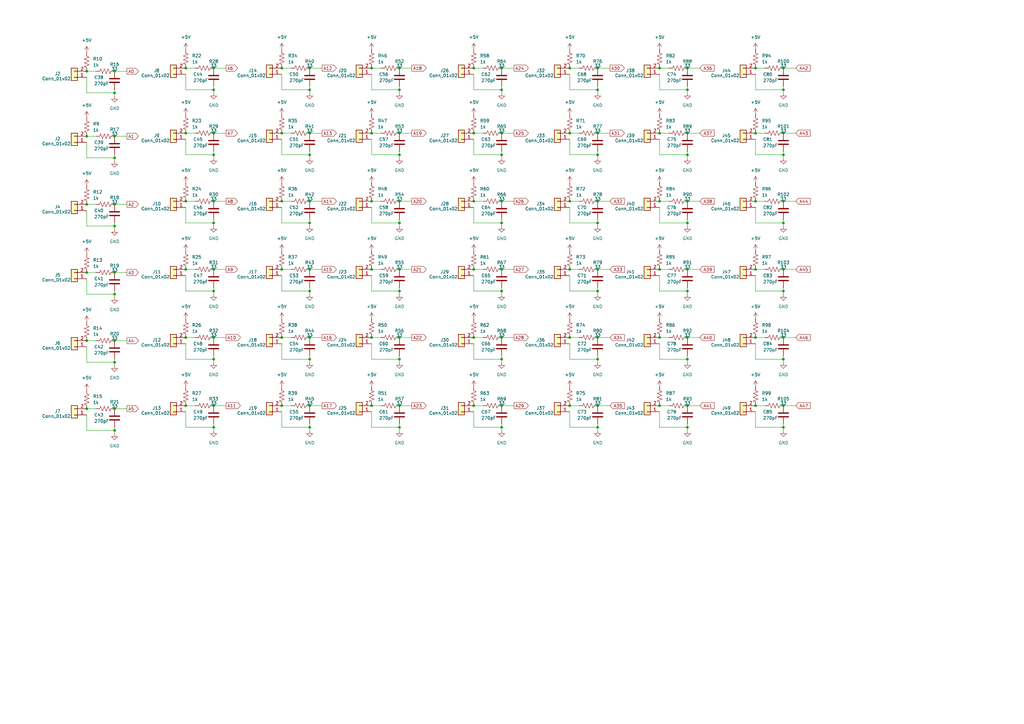
<source format=kicad_sch>
(kicad_sch (version 20250114) (generator "eeschema") (generator_version "9.0")
  (paper "A3")
  (junction (at 245.11 91.44))
  (junction (at 205.74 119.38))
  (junction (at 205.74 110.49))
  (junction (at 309.88 27.94))
  (junction (at 205.74 175.26))
  (junction (at 245.11 119.38))
  (junction (at 115.57 110.49))
  (junction (at 281.94 147.32))
  (junction (at 46.99 148.59))
  (junction (at 127 91.44))
  (junction (at 163.83 63.5))
  (junction (at 163.83 27.94))
  (junction (at 76.2 27.94))
  (junction (at 163.83 147.32))
  (junction (at 76.2 82.55))
  (junction (at 309.88 138.43))
  (junction (at 321.31 82.55))
  (junction (at 194.31 166.37))
  (junction (at 76.2 110.49))
  (junction (at 163.83 82.55))
  (junction (at 281.94 138.43))
  (junction (at 233.68 166.37))
  (junction (at 245.11 54.61))
  (junction (at 87.63 27.94))
  (junction (at 127 82.55))
  (junction (at 152.4 138.43))
  (junction (at 87.63 147.32))
  (junction (at 205.74 147.32))
  (junction (at 87.63 166.37))
  (junction (at 281.94 27.94))
  (junction (at 245.11 166.37))
  (junction (at 46.99 139.7))
  (junction (at 152.4 27.94))
  (junction (at 281.94 36.83))
  (junction (at 163.83 166.37))
  (junction (at 205.74 91.44))
  (junction (at 321.31 91.44))
  (junction (at 205.74 82.55))
  (junction (at 309.88 54.61))
  (junction (at 281.94 82.55))
  (junction (at 281.94 175.26))
  (junction (at 321.31 27.94))
  (junction (at 281.94 166.37))
  (junction (at 233.68 54.61))
  (junction (at 270.51 54.61))
  (junction (at 233.68 138.43))
  (junction (at 205.74 36.83))
  (junction (at 87.63 63.5))
  (junction (at 35.56 29.21))
  (junction (at 127 166.37))
  (junction (at 245.11 138.43))
  (junction (at 127 54.61))
  (junction (at 321.31 166.37))
  (junction (at 127 110.49))
  (junction (at 321.31 63.5))
  (junction (at 35.56 167.64))
  (junction (at 270.51 110.49))
  (junction (at 194.31 82.55))
  (junction (at 87.63 110.49))
  (junction (at 87.63 138.43))
  (junction (at 127 63.5))
  (junction (at 321.31 175.26))
  (junction (at 321.31 147.32))
  (junction (at 163.83 138.43))
  (junction (at 163.83 119.38))
  (junction (at 270.51 138.43))
  (junction (at 46.99 120.65))
  (junction (at 46.99 83.82))
  (junction (at 46.99 64.77))
  (junction (at 194.31 54.61))
  (junction (at 115.57 166.37))
  (junction (at 270.51 166.37))
  (junction (at 205.74 27.94))
  (junction (at 46.99 176.53))
  (junction (at 309.88 82.55))
  (junction (at 194.31 110.49))
  (junction (at 281.94 91.44))
  (junction (at 194.31 27.94))
  (junction (at 321.31 110.49))
  (junction (at 163.83 175.26))
  (junction (at 281.94 54.61))
  (junction (at 245.11 175.26))
  (junction (at 281.94 110.49))
  (junction (at 46.99 55.88))
  (junction (at 46.99 167.64))
  (junction (at 321.31 54.61))
  (junction (at 321.31 36.83))
  (junction (at 233.68 27.94))
  (junction (at 115.57 27.94))
  (junction (at 35.56 83.82))
  (junction (at 245.11 82.55))
  (junction (at 309.88 166.37))
  (junction (at 127 119.38))
  (junction (at 87.63 175.26))
  (junction (at 87.63 91.44))
  (junction (at 127 27.94))
  (junction (at 309.88 110.49))
  (junction (at 87.63 119.38))
  (junction (at 46.99 29.21))
  (junction (at 163.83 36.83))
  (junction (at 35.56 55.88))
  (junction (at 205.74 138.43))
  (junction (at 152.4 82.55))
  (junction (at 152.4 166.37))
  (junction (at 281.94 63.5))
  (junction (at 233.68 110.49))
  (junction (at 194.31 138.43))
  (junction (at 46.99 38.1))
  (junction (at 76.2 166.37))
  (junction (at 87.63 36.83))
  (junction (at 245.11 36.83))
  (junction (at 245.11 63.5))
  (junction (at 245.11 27.94))
  (junction (at 46.99 92.71))
  (junction (at 233.68 82.55))
  (junction (at 87.63 82.55))
  (junction (at 152.4 54.61))
  (junction (at 163.83 110.49))
  (junction (at 127 175.26))
  (junction (at 321.31 138.43))
  (junction (at 115.57 54.61))
  (junction (at 245.11 147.32))
  (junction (at 127 138.43))
  (junction (at 270.51 82.55))
  (junction (at 152.4 110.49))
  (junction (at 281.94 119.38))
  (junction (at 46.99 111.76))
  (junction (at 245.11 110.49))
  (junction (at 35.56 111.76))
  (junction (at 163.83 54.61))
  (junction (at 270.51 27.94))
  (junction (at 205.74 166.37))
  (junction (at 127 147.32))
  (junction (at 127 36.83))
  (junction (at 76.2 54.61))
  (junction (at 35.56 139.7))
  (junction (at 163.83 91.44))
  (junction (at 205.74 54.61))
  (junction (at 76.2 138.43))
  (junction (at 321.31 119.38))
  (junction (at 87.63 54.61))
  (junction (at 115.57 138.43))
  (junction (at 115.57 82.55))
  (junction (at 205.74 63.5))
  (wire (pts (xy 270.51 91.44) (xy 281.94 91.44)))
  (wire (pts (xy 152.4 82.55) (xy 156.21 82.55)))
  (wire (pts (xy 127 148.59) (xy 127 147.32)))
  (wire (pts (xy 321.31 63.5) (xy 321.31 62.23)))
  (wire (pts (xy 281.94 120.65) (xy 281.94 119.38)))
  (wire (pts (xy 245.11 82.55) (xy 250.19 82.55)))
  (wire (pts (xy 233.68 85.09) (xy 233.68 91.44)))
  (wire (pts (xy 309.88 110.49) (xy 313.69 110.49)))
  (wire (pts (xy 245.11 110.49) (xy 250.19 110.49)))
  (wire (pts (xy 309.88 119.38) (xy 321.31 119.38)))
  (wire (pts (xy 115.57 36.83) (xy 127 36.83)))
  (wire (pts (xy 87.63 63.5) (xy 87.63 62.23)))
  (wire (pts (xy 152.4 91.44) (xy 163.83 91.44)))
  (wire (pts (xy 163.83 82.55) (xy 168.91 82.55)))
  (wire (pts (xy 46.99 38.1) (xy 46.99 36.83)))
  (wire (pts (xy 245.11 63.5) (xy 245.11 62.23)))
  (wire (pts (xy 321.31 148.59) (xy 321.31 147.32)))
  (wire (pts (xy 152.4 85.09) (xy 152.4 91.44)))
  (wire (pts (xy 194.31 63.5) (xy 205.74 63.5)))
  (wire (pts (xy 87.63 176.53) (xy 87.63 175.26)))
  (wire (pts (xy 115.57 138.43) (xy 119.38 138.43)))
  (wire (pts (xy 87.63 91.44) (xy 87.63 90.17)))
  (wire (pts (xy 87.63 138.43) (xy 92.71 138.43)))
  (wire (pts (xy 115.57 147.32) (xy 127 147.32)))
  (wire (pts (xy 46.99 139.7) (xy 52.07 139.7)))
  (wire (pts (xy 270.51 113.03) (xy 270.51 119.38)))
  (wire (pts (xy 76.2 113.03) (xy 76.2 119.38)))
  (wire (pts (xy 46.99 39.37) (xy 46.99 38.1)))
  (wire (pts (xy 163.83 92.71) (xy 163.83 91.44)))
  (wire (pts (xy 152.4 27.94) (xy 156.21 27.94)))
  (wire (pts (xy 163.83 119.38) (xy 163.83 118.11)))
  (wire (pts (xy 115.57 166.37) (xy 119.38 166.37)))
  (wire (pts (xy 115.57 175.26) (xy 127 175.26)))
  (wire (pts (xy 205.74 27.94) (xy 210.82 27.94)))
  (wire (pts (xy 46.99 177.8) (xy 46.99 176.53)))
  (wire (pts (xy 46.99 120.65) (xy 46.99 119.38)))
  (wire (pts (xy 46.99 176.53) (xy 46.99 175.26)))
  (wire (pts (xy 115.57 85.09) (xy 115.57 91.44)))
  (wire (pts (xy 127 91.44) (xy 127 90.17)))
  (wire (pts (xy 35.56 38.1) (xy 46.99 38.1)))
  (wire (pts (xy 245.11 138.43) (xy 250.19 138.43)))
  (wire (pts (xy 245.11 148.59) (xy 245.11 147.32)))
  (wire (pts (xy 205.74 64.77) (xy 205.74 63.5)))
  (wire (pts (xy 270.51 140.97) (xy 270.51 147.32)))
  (wire (pts (xy 76.2 57.15) (xy 76.2 63.5)))
  (wire (pts (xy 127 92.71) (xy 127 91.44)))
  (wire (pts (xy 309.88 175.26) (xy 321.31 175.26)))
  (wire (pts (xy 46.99 55.88) (xy 52.07 55.88)))
  (wire (pts (xy 35.56 111.76) (xy 39.37 111.76)))
  (wire (pts (xy 127 27.94) (xy 132.08 27.94)))
  (wire (pts (xy 321.31 54.61) (xy 326.39 54.61)))
  (wire (pts (xy 281.94 138.43) (xy 287.02 138.43)))
  (wire (pts (xy 46.99 29.21) (xy 52.07 29.21)))
  (wire (pts (xy 152.4 168.91) (xy 152.4 175.26)))
  (wire (pts (xy 245.11 166.37) (xy 250.19 166.37)))
  (wire (pts (xy 152.4 36.83) (xy 163.83 36.83)))
  (wire (pts (xy 35.56 86.36) (xy 35.56 92.71)))
  (wire (pts (xy 127 82.55) (xy 132.08 82.55)))
  (wire (pts (xy 87.63 175.26) (xy 87.63 173.99)))
  (wire (pts (xy 87.63 38.1) (xy 87.63 36.83)))
  (wire (pts (xy 309.88 113.03) (xy 309.88 119.38)))
  (wire (pts (xy 194.31 85.09) (xy 194.31 91.44)))
  (wire (pts (xy 205.74 36.83) (xy 205.74 35.56)))
  (wire (pts (xy 245.11 27.94) (xy 250.19 27.94)))
  (wire (pts (xy 205.74 147.32) (xy 205.74 146.05)))
  (wire (pts (xy 233.68 175.26) (xy 245.11 175.26)))
  (wire (pts (xy 35.56 167.64) (xy 39.37 167.64)))
  (wire (pts (xy 127 176.53) (xy 127 175.26)))
  (wire (pts (xy 163.83 63.5) (xy 163.83 62.23)))
  (wire (pts (xy 233.68 54.61) (xy 237.49 54.61)))
  (wire (pts (xy 233.68 168.91) (xy 233.68 175.26)))
  (wire (pts (xy 321.31 92.71) (xy 321.31 91.44)))
  (wire (pts (xy 35.56 58.42) (xy 35.56 64.77)))
  (wire (pts (xy 245.11 36.83) (xy 245.11 35.56)))
  (wire (pts (xy 127 166.37) (xy 132.08 166.37)))
  (wire (pts (xy 163.83 176.53) (xy 163.83 175.26)))
  (wire (pts (xy 194.31 36.83) (xy 205.74 36.83)))
  (wire (pts (xy 76.2 168.91) (xy 76.2 175.26)))
  (wire (pts (xy 270.51 57.15) (xy 270.51 63.5)))
  (wire (pts (xy 245.11 64.77) (xy 245.11 63.5)))
  (wire (pts (xy 245.11 91.44) (xy 245.11 90.17)))
  (wire (pts (xy 152.4 54.61) (xy 156.21 54.61)))
  (wire (pts (xy 245.11 175.26) (xy 245.11 173.99)))
  (wire (pts (xy 76.2 110.49) (xy 80.01 110.49)))
  (wire (pts (xy 152.4 113.03) (xy 152.4 119.38)))
  (wire (pts (xy 270.51 54.61) (xy 274.32 54.61)))
  (wire (pts (xy 76.2 30.48) (xy 76.2 36.83)))
  (wire (pts (xy 321.31 120.65) (xy 321.31 119.38)))
  (wire (pts (xy 127 38.1) (xy 127 36.83)))
  (wire (pts (xy 194.31 119.38) (xy 205.74 119.38)))
  (wire (pts (xy 321.31 38.1) (xy 321.31 36.83)))
  (wire (pts (xy 233.68 27.94) (xy 237.49 27.94)))
  (wire (pts (xy 115.57 113.03) (xy 115.57 119.38)))
  (wire (pts (xy 194.31 138.43) (xy 198.12 138.43)))
  (wire (pts (xy 233.68 91.44) (xy 245.11 91.44)))
  (wire (pts (xy 87.63 166.37) (xy 92.71 166.37)))
  (wire (pts (xy 245.11 176.53) (xy 245.11 175.26)))
  (wire (pts (xy 194.31 168.91) (xy 194.31 175.26)))
  (wire (pts (xy 163.83 91.44) (xy 163.83 90.17)))
  (wire (pts (xy 115.57 82.55) (xy 119.38 82.55)))
  (wire (pts (xy 281.94 166.37) (xy 287.02 166.37)))
  (wire (pts (xy 87.63 148.59) (xy 87.63 147.32)))
  (wire (pts (xy 163.83 38.1) (xy 163.83 36.83)))
  (wire (pts (xy 163.83 54.61) (xy 168.91 54.61)))
  (wire (pts (xy 205.74 138.43) (xy 210.82 138.43)))
  (wire (pts (xy 152.4 138.43) (xy 156.21 138.43)))
  (wire (pts (xy 127 63.5) (xy 127 62.23)))
  (wire (pts (xy 281.94 148.59) (xy 281.94 147.32)))
  (wire (pts (xy 152.4 175.26) (xy 163.83 175.26)))
  (wire (pts (xy 87.63 119.38) (xy 87.63 118.11)))
  (wire (pts (xy 46.99 66.04) (xy 46.99 64.77)))
  (wire (pts (xy 194.31 82.55) (xy 198.12 82.55)))
  (wire (pts (xy 270.51 110.49) (xy 274.32 110.49)))
  (wire (pts (xy 35.56 92.71) (xy 46.99 92.71)))
  (wire (pts (xy 270.51 166.37) (xy 274.32 166.37)))
  (wire (pts (xy 194.31 175.26) (xy 205.74 175.26)))
  (wire (pts (xy 233.68 36.83) (xy 245.11 36.83)))
  (wire (pts (xy 309.88 138.43) (xy 313.69 138.43)))
  (wire (pts (xy 76.2 27.94) (xy 80.01 27.94)))
  (wire (pts (xy 309.88 36.83) (xy 321.31 36.83)))
  (wire (pts (xy 194.31 57.15) (xy 194.31 63.5)))
  (wire (pts (xy 194.31 166.37) (xy 198.12 166.37)))
  (wire (pts (xy 163.83 138.43) (xy 168.91 138.43)))
  (wire (pts (xy 321.31 138.43) (xy 326.39 138.43)))
  (wire (pts (xy 127 110.49) (xy 132.08 110.49)))
  (wire (pts (xy 35.56 148.59) (xy 46.99 148.59)))
  (wire (pts (xy 321.31 82.55) (xy 326.39 82.55)))
  (wire (pts (xy 87.63 92.71) (xy 87.63 91.44)))
  (wire (pts (xy 321.31 176.53) (xy 321.31 175.26)))
  (wire (pts (xy 46.99 83.82) (xy 52.07 83.82)))
  (wire (pts (xy 152.4 166.37) (xy 156.21 166.37)))
  (wire (pts (xy 309.88 54.61) (xy 313.69 54.61)))
  (wire (pts (xy 309.88 166.37) (xy 313.69 166.37)))
  (wire (pts (xy 205.74 38.1) (xy 205.74 36.83)))
  (wire (pts (xy 76.2 140.97) (xy 76.2 147.32)))
  (wire (pts (xy 115.57 27.94) (xy 119.38 27.94)))
  (wire (pts (xy 76.2 147.32) (xy 87.63 147.32)))
  (wire (pts (xy 205.74 110.49) (xy 210.82 110.49)))
  (wire (pts (xy 115.57 30.48) (xy 115.57 36.83)))
  (wire (pts (xy 115.57 110.49) (xy 119.38 110.49)))
  (wire (pts (xy 309.88 168.91) (xy 309.88 175.26)))
  (wire (pts (xy 233.68 147.32) (xy 245.11 147.32)))
  (wire (pts (xy 270.51 147.32) (xy 281.94 147.32)))
  (wire (pts (xy 163.83 166.37) (xy 168.91 166.37)))
  (wire (pts (xy 194.31 140.97) (xy 194.31 147.32)))
  (wire (pts (xy 35.56 29.21) (xy 39.37 29.21)))
  (wire (pts (xy 270.51 119.38) (xy 281.94 119.38)))
  (wire (pts (xy 194.31 91.44) (xy 205.74 91.44)))
  (wire (pts (xy 87.63 147.32) (xy 87.63 146.05)))
  (wire (pts (xy 233.68 30.48) (xy 233.68 36.83)))
  (wire (pts (xy 163.83 147.32) (xy 163.83 146.05)))
  (wire (pts (xy 309.88 85.09) (xy 309.88 91.44)))
  (wire (pts (xy 35.56 142.24) (xy 35.56 148.59)))
  (wire (pts (xy 115.57 91.44) (xy 127 91.44)))
  (wire (pts (xy 76.2 63.5) (xy 87.63 63.5)))
  (wire (pts (xy 152.4 119.38) (xy 163.83 119.38)))
  (wire (pts (xy 87.63 27.94) (xy 92.71 27.94)))
  (wire (pts (xy 321.31 175.26) (xy 321.31 173.99)))
  (wire (pts (xy 76.2 91.44) (xy 87.63 91.44)))
  (wire (pts (xy 245.11 147.32) (xy 245.11 146.05)))
  (wire (pts (xy 281.94 119.38) (xy 281.94 118.11)))
  (wire (pts (xy 46.99 92.71) (xy 46.99 91.44)))
  (wire (pts (xy 281.94 27.94) (xy 287.02 27.94)))
  (wire (pts (xy 76.2 82.55) (xy 80.01 82.55)))
  (wire (pts (xy 127 64.77) (xy 127 63.5)))
  (wire (pts (xy 270.51 27.94) (xy 274.32 27.94)))
  (wire (pts (xy 35.56 64.77) (xy 46.99 64.77)))
  (wire (pts (xy 163.83 64.77) (xy 163.83 63.5)))
  (wire (pts (xy 115.57 63.5) (xy 127 63.5)))
  (wire (pts (xy 194.31 27.94) (xy 198.12 27.94)))
  (wire (pts (xy 46.99 149.86) (xy 46.99 148.59)))
  (wire (pts (xy 76.2 166.37) (xy 80.01 166.37)))
  (wire (pts (xy 281.94 64.77) (xy 281.94 63.5)))
  (wire (pts (xy 115.57 140.97) (xy 115.57 147.32)))
  (wire (pts (xy 205.74 54.61) (xy 210.82 54.61)))
  (wire (pts (xy 233.68 140.97) (xy 233.68 147.32)))
  (wire (pts (xy 205.74 175.26) (xy 205.74 173.99)))
  (wire (pts (xy 76.2 138.43) (xy 80.01 138.43)))
  (wire (pts (xy 281.94 110.49) (xy 287.02 110.49)))
  (wire (pts (xy 87.63 36.83) (xy 87.63 35.56)))
  (wire (pts (xy 163.83 36.83) (xy 163.83 35.56)))
  (wire (pts (xy 87.63 64.77) (xy 87.63 63.5)))
  (wire (pts (xy 205.74 120.65) (xy 205.74 119.38)))
  (wire (pts (xy 46.99 64.77) (xy 46.99 63.5)))
  (wire (pts (xy 309.88 30.48) (xy 309.88 36.83)))
  (wire (pts (xy 281.94 92.71) (xy 281.94 91.44)))
  (wire (pts (xy 270.51 30.48) (xy 270.51 36.83)))
  (wire (pts (xy 87.63 54.61) (xy 92.71 54.61)))
  (wire (pts (xy 87.63 120.65) (xy 87.63 119.38)))
  (wire (pts (xy 127 138.43) (xy 132.08 138.43)))
  (wire (pts (xy 35.56 83.82) (xy 39.37 83.82)))
  (wire (pts (xy 281.94 82.55) (xy 287.02 82.55)))
  (wire (pts (xy 115.57 119.38) (xy 127 119.38)))
  (wire (pts (xy 152.4 140.97) (xy 152.4 147.32)))
  (wire (pts (xy 245.11 119.38) (xy 245.11 118.11)))
  (wire (pts (xy 245.11 92.71) (xy 245.11 91.44)))
  (wire (pts (xy 152.4 110.49) (xy 156.21 110.49)))
  (wire (pts (xy 115.57 57.15) (xy 115.57 63.5)))
  (wire (pts (xy 46.99 121.92) (xy 46.99 120.65)))
  (wire (pts (xy 194.31 54.61) (xy 198.12 54.61)))
  (wire (pts (xy 76.2 85.09) (xy 76.2 91.44)))
  (wire (pts (xy 309.88 27.94) (xy 313.69 27.94)))
  (wire (pts (xy 321.31 27.94) (xy 326.39 27.94)))
  (wire (pts (xy 245.11 120.65) (xy 245.11 119.38)))
  (wire (pts (xy 152.4 57.15) (xy 152.4 63.5)))
  (wire (pts (xy 281.94 38.1) (xy 281.94 36.83)))
  (wire (pts (xy 270.51 82.55) (xy 274.32 82.55)))
  (wire (pts (xy 194.31 30.48) (xy 194.31 36.83)))
  (wire (pts (xy 127 175.26) (xy 127 173.99)))
  (wire (pts (xy 115.57 168.91) (xy 115.57 175.26)))
  (wire (pts (xy 194.31 113.03) (xy 194.31 119.38)))
  (wire (pts (xy 152.4 30.48) (xy 152.4 36.83)))
  (wire (pts (xy 321.31 64.77) (xy 321.31 63.5)))
  (wire (pts (xy 321.31 166.37) (xy 326.39 166.37)))
  (wire (pts (xy 76.2 175.26) (xy 87.63 175.26)))
  (wire (pts (xy 87.63 82.55) (xy 92.71 82.55)))
  (wire (pts (xy 163.83 120.65) (xy 163.83 119.38)))
  (wire (pts (xy 115.57 54.61) (xy 119.38 54.61)))
  (wire (pts (xy 127 54.61) (xy 132.08 54.61)))
  (wire (pts (xy 35.56 139.7) (xy 39.37 139.7)))
  (wire (pts (xy 163.83 148.59) (xy 163.83 147.32)))
  (wire (pts (xy 163.83 175.26) (xy 163.83 173.99)))
  (wire (pts (xy 233.68 138.43) (xy 237.49 138.43)))
  (wire (pts (xy 281.94 63.5) (xy 281.94 62.23)))
  (wire (pts (xy 205.74 166.37) (xy 210.82 166.37)))
  (wire (pts (xy 205.74 82.55) (xy 210.82 82.55)))
  (wire (pts (xy 233.68 57.15) (xy 233.68 63.5)))
  (wire (pts (xy 127 119.38) (xy 127 118.11)))
  (wire (pts (xy 309.88 147.32) (xy 321.31 147.32)))
  (wire (pts (xy 46.99 148.59) (xy 46.99 147.32)))
  (wire (pts (xy 233.68 63.5) (xy 245.11 63.5)))
  (wire (pts (xy 321.31 91.44) (xy 321.31 90.17)))
  (wire (pts (xy 309.88 63.5) (xy 321.31 63.5)))
  (wire (pts (xy 127 36.83) (xy 127 35.56)))
  (wire (pts (xy 309.88 82.55) (xy 313.69 82.55)))
  (wire (pts (xy 233.68 119.38) (xy 245.11 119.38)))
  (wire (pts (xy 270.51 138.43) (xy 274.32 138.43)))
  (wire (pts (xy 163.83 110.49) (xy 168.91 110.49)))
  (wire (pts (xy 233.68 82.55) (xy 237.49 82.55)))
  (wire (pts (xy 194.31 110.49) (xy 198.12 110.49)))
  (wire (pts (xy 76.2 36.83) (xy 87.63 36.83)))
  (wire (pts (xy 127 147.32) (xy 127 146.05)))
  (wire (pts (xy 152.4 63.5) (xy 163.83 63.5)))
  (wire (pts (xy 205.74 63.5) (xy 205.74 62.23)))
  (wire (pts (xy 281.94 147.32) (xy 281.94 146.05)))
  (wire (pts (xy 205.74 176.53) (xy 205.74 175.26)))
  (wire (pts (xy 205.74 148.59) (xy 205.74 147.32)))
  (wire (pts (xy 270.51 36.83) (xy 281.94 36.83)))
  (wire (pts (xy 270.51 85.09) (xy 270.51 91.44)))
  (wire (pts (xy 233.68 166.37) (xy 237.49 166.37)))
  (wire (pts (xy 35.56 170.18) (xy 35.56 176.53)))
  (wire (pts (xy 205.74 92.71) (xy 205.74 91.44)))
  (wire (pts (xy 281.94 175.26) (xy 281.94 173.99)))
  (wire (pts (xy 321.31 36.83) (xy 321.31 35.56)))
  (wire (pts (xy 281.94 54.61) (xy 287.02 54.61)))
  (wire (pts (xy 46.99 93.98) (xy 46.99 92.71)))
  (wire (pts (xy 281.94 91.44) (xy 281.94 90.17)))
  (wire (pts (xy 245.11 38.1) (xy 245.11 36.83)))
  (wire (pts (xy 163.83 27.94) (xy 168.91 27.94)))
  (wire (pts (xy 127 120.65) (xy 127 119.38)))
  (wire (pts (xy 35.56 120.65) (xy 46.99 120.65)))
  (wire (pts (xy 321.31 147.32) (xy 321.31 146.05)))
  (wire (pts (xy 233.68 110.49) (xy 237.49 110.49)))
  (wire (pts (xy 194.31 147.32) (xy 205.74 147.32)))
  (wire (pts (xy 245.11 54.61) (xy 250.19 54.61)))
  (wire (pts (xy 270.51 175.26) (xy 281.94 175.26)))
  (wire (pts (xy 270.51 168.91) (xy 270.51 175.26)))
  (wire (pts (xy 309.88 57.15) (xy 309.88 63.5)))
  (wire (pts (xy 309.88 140.97) (xy 309.88 147.32)))
  (wire (pts (xy 35.56 176.53) (xy 46.99 176.53)))
  (wire (pts (xy 46.99 167.64) (xy 52.07 167.64)))
  (wire (pts (xy 35.56 31.75) (xy 35.56 38.1)))
  (wire (pts (xy 321.31 119.38) (xy 321.31 118.11)))
  (wire (pts (xy 205.74 91.44) (xy 205.74 90.17)))
  (wire (pts (xy 205.74 119.38) (xy 205.74 118.11)))
  (wire (pts (xy 321.31 110.49) (xy 326.39 110.49)))
  (wire (pts (xy 76.2 119.38) (xy 87.63 119.38)))
  (wire (pts (xy 281.94 176.53) (xy 281.94 175.26)))
  (wire (pts (xy 46.99 111.76) (xy 52.07 111.76)))
  (wire (pts (xy 76.2 54.61) (xy 80.01 54.61)))
  (wire (pts (xy 35.56 55.88) (xy 39.37 55.88)))
  (wire (pts (xy 270.51 63.5) (xy 281.94 63.5)))
  (wire (pts (xy 87.63 110.49) (xy 92.71 110.49)))
  (wire (pts (xy 35.56 114.3) (xy 35.56 120.65)))
  (wire (pts (xy 233.68 113.03) (xy 233.68 119.38)))
  (wire (pts (xy 281.94 36.83) (xy 281.94 35.56)))
  (wire (pts (xy 152.4 147.32) (xy 163.83 147.32)))
  (wire (pts (xy 309.88 91.44) (xy 321.31 91.44)))
  (global_label "A14" (shape output) (at 132.08 82.55 0) (property "Intersheetrefs" "${INTERSHEET_REFS}" (effects (hide yes))))
  (global_label "A29" (shape output) (at 210.82 166.37 0) (property "Intersheetrefs" "${INTERSHEET_REFS}" (effects (hide yes))))
  (global_label "A43" (shape input) (at 326.39 54.61 0) (property "Intersheetrefs" "${INTERSHEET_REFS}" (effects (hide yes))))
  (global_label "A38" (shape input) (at 287.02 82.55 0) (property "Intersheetrefs" "${INTERSHEET_REFS}" (effects (hide yes))))
  (global_label "A39" (shape input) (at 287.02 110.49 0) (property "Intersheetrefs" "${INTERSHEET_REFS}" (effects (hide yes))))
  (global_label "A2" (shape output) (at 52.07 83.82 0) (property "Intersheetrefs" "${INTERSHEET_REFS}" (effects (hide yes))))
  (global_label "A20" (shape output) (at 168.91 82.55 0) (property "Intersheetrefs" "${INTERSHEET_REFS}" (effects (hide yes))))
  (global_label "A47" (shape input) (at 326.39 166.37 0) (property "Intersheetrefs" "${INTERSHEET_REFS}" (effects (hide yes))))
  (global_label "A15" (shape output) (at 132.08 110.49 0) (property "Intersheetrefs" "${INTERSHEET_REFS}" (effects (hide yes))))
  (global_label "A3" (shape output) (at 52.07 111.76 0) (property "Intersheetrefs" "${INTERSHEET_REFS}" (effects (hide yes))))
  (global_label "A0" (shape output) (at 52.07 29.21 0) (property "Intersheetrefs" "${INTERSHEET_REFS}" (effects (hide yes))))
  (global_label "A21" (shape output) (at 168.91 110.49 0) (property "Intersheetrefs" "${INTERSHEET_REFS}" (effects (hide yes))))
  (global_label "A8" (shape output) (at 92.71 82.55 0) (property "Intersheetrefs" "${INTERSHEET_REFS}" (effects (hide yes))))
  (global_label "A36" (shape input) (at 287.02 27.94 0) (property "Intersheetrefs" "${INTERSHEET_REFS}" (effects (hide yes))))
  (global_label "A6" (shape output) (at 92.71 27.94 0) (property "Intersheetrefs" "${INTERSHEET_REFS}" (effects (hide yes))))
  (global_label "A33" (shape input) (at 250.19 110.49 0) (property "Intersheetrefs" "${INTERSHEET_REFS}" (effects (hide yes))))
  (global_label "A24" (shape output) (at 210.82 27.94 0) (property "Intersheetrefs" "${INTERSHEET_REFS}" (effects (hide yes))))
  (global_label "A9" (shape output) (at 92.71 110.49 0) (property "Intersheetrefs" "${INTERSHEET_REFS}" (effects (hide yes))))
  (global_label "A35" (shape input) (at 250.19 166.37 0) (property "Intersheetrefs" "${INTERSHEET_REFS}" (effects (hide yes))))
  (global_label "A41" (shape input) (at 287.02 166.37 0) (property "Intersheetrefs" "${INTERSHEET_REFS}" (effects (hide yes))))
  (global_label "A45" (shape input) (at 326.39 110.49 0) (property "Intersheetrefs" "${INTERSHEET_REFS}" (effects (hide yes))))
  (global_label "A13" (shape output) (at 132.08 54.61 0) (property "Intersheetrefs" "${INTERSHEET_REFS}" (effects (hide yes))))
  (global_label "A32" (shape input) (at 250.19 82.55 0) (property "Intersheetrefs" "${INTERSHEET_REFS}" (effects (hide yes))))
  (global_label "A18" (shape output) (at 168.91 27.94 0) (property "Intersheetrefs" "${INTERSHEET_REFS}" (effects (hide yes))))
  (global_label "A5" (shape output) (at 52.07 167.64 0) (property "Intersheetrefs" "${INTERSHEET_REFS}" (effects (hide yes))))
  (global_label "A10" (shape output) (at 92.71 138.43 0) (property "Intersheetrefs" "${INTERSHEET_REFS}" (effects (hide yes))))
  (global_label "A28" (shape output) (at 210.82 138.43 0) (property "Intersheetrefs" "${INTERSHEET_REFS}" (effects (hide yes))))
  (global_label "A31" (shape output) (at 250.19 54.61 0) (property "Intersheetrefs" "${INTERSHEET_REFS}" (effects (hide yes))))
  (global_label "A22" (shape output) (at 168.91 138.43 0) (property "Intersheetrefs" "${INTERSHEET_REFS}" (effects (hide yes))))
  (global_label "A19" (shape output) (at 168.91 54.61 0) (property "Intersheetrefs" "${INTERSHEET_REFS}" (effects (hide yes))))
  (global_label "A1" (shape output) (at 52.07 55.88 0) (property "Intersheetrefs" "${INTERSHEET_REFS}" (effects (hide yes))))
  (global_label "A46" (shape input) (at 326.39 138.43 0) (property "Intersheetrefs" "${INTERSHEET_REFS}" (effects (hide yes))))
  (global_label "A42" (shape input) (at 326.39 27.94 0) (property "Intersheetrefs" "${INTERSHEET_REFS}" (effects (hide yes))))
  (global_label "A30" (shape output) (at 250.19 27.94 0) (property "Intersheetrefs" "${INTERSHEET_REFS}" (effects (hide yes))))
  (global_label "A37" (shape input) (at 287.02 54.61 0) (property "Intersheetrefs" "${INTERSHEET_REFS}" (effects (hide yes))))
  (global_label "A40" (shape input) (at 287.02 138.43 0) (property "Intersheetrefs" "${INTERSHEET_REFS}" (effects (hide yes))))
  (global_label "A4" (shape output) (at 52.07 139.7 0) (property "Intersheetrefs" "${INTERSHEET_REFS}" (effects (hide yes))))
  (global_label "A23" (shape output) (at 168.91 166.37 0) (property "Intersheetrefs" "${INTERSHEET_REFS}" (effects (hide yes))))
  (global_label "A17" (shape output) (at 132.08 166.37 0) (property "Intersheetrefs" "${INTERSHEET_REFS}" (effects (hide yes))))
  (global_label "A12" (shape output) (at 132.08 27.94 0) (property "Intersheetrefs" "${INTERSHEET_REFS}" (effects (hide yes))))
  (global_label "A44" (shape input) (at 326.39 82.55 0) (property "Intersheetrefs" "${INTERSHEET_REFS}" (effects (hide yes))))
  (global_label "A7" (shape output) (at 92.71 54.61 0) (property "Intersheetrefs" "${INTERSHEET_REFS}" (effects (hide yes))))
  (global_label "A27" (shape output) (at 210.82 110.49 0) (property "Intersheetrefs" "${INTERSHEET_REFS}" (effects (hide yes))))
  (global_label "A11" (shape output) (at 92.71 166.37 0) (property "Intersheetrefs" "${INTERSHEET_REFS}" (effects (hide yes))))
  (global_label "A34" (shape input) (at 250.19 138.43 0) (property "Intersheetrefs" "${INTERSHEET_REFS}" (effects (hide yes))))
  (global_label "A25" (shape output) (at 210.82 54.61 0) (property "Intersheetrefs" "${INTERSHEET_REFS}" (effects (hide yes))))
  (global_label "A16" (shape output) (at 132.08 138.43 0) (property "Intersheetrefs" "${INTERSHEET_REFS}" (effects (hide yes))))
  (global_label "A26" (shape output) (at 210.82 82.55 0) (property "Intersheetrefs" "${INTERSHEET_REFS}" (effects (hide yes))))
  (symbol (lib_id "Device:C") (at 245.11 170.18 0) (unit 1)
    (property "Reference" "C73" (at 236.728 168.91 0) (effects (justify left)))
    (property "Value" "270pF" (at 236.728 171.45 0) (effects (justify left)))
    (property "Footprint" "Capacitor_SMD:C_0402_1005Metric" (effects (hide yes)))
    (property "Description" "Unpolarized capacitor" (effects (hide yes)))
  )
  (symbol (lib_id "Device:R_US") (at 270.51 78.74 0) (unit 1)
    (property "Reference" "R84" (at 273.05 77.4699 0) (effects (justify left)))
    (property "Value" "1k" (at 273.05 80.0099 0) (effects (justify left)))
    (property "Footprint" "Resistor_SMD:R_0603_1608Metric_Pad0.98x0.95mm_HandSolder" (effects (hide yes)))
    (property "Description" "Resistor, US symbol" (effects (hide yes)))
  )
  (symbol (lib_id "Device:R_US") (at 194.31 24.13 0) (unit 1)
    (property "Reference" "R58" (at 196.85 22.8599 0) (effects (justify left)))
    (property "Value" "1k" (at 196.85 25.3999 0) (effects (justify left)))
    (property "Footprint" "Resistor_SMD:R_0603_1608Metric_Pad0.98x0.95mm_HandSolder" (effects (hide yes)))
    (property "Description" "Resistor, US symbol" (effects (hide yes)))
  )
  (symbol (lib_id "Device:R_US") (at 317.5 27.94 90) (unit 1)
    (property "Reference" "R100" (at 321.31 25.146 90))
    (property "Value" "33" (at 321.31 26.924 90))
    (property "Footprint" "Resistor_SMD:R_0402_1005Metric_Pad0.72x0.64mm_HandSolder" (effects (hide yes)))
    (property "Description" "Resistor, US symbol" (effects (hide yes)))
  )
  (symbol (lib_id "Device:C") (at 163.83 58.42 0) (unit 1)
    (property "Reference" "C57" (at 155.448 57.15 0) (effects (justify left)))
    (property "Value" "270pF" (at 155.448 59.69 0) (effects (justify left)))
    (property "Footprint" "Capacitor_SMD:C_0402_1005Metric" (effects (hide yes)))
    (property "Description" "Unpolarized capacitor" (effects (hide yes)))
  )
  (symbol (lib_id "Device:C") (at 245.11 86.36 0) (unit 1)
    (property "Reference" "C70" (at 236.728 85.09 0) (effects (justify left)))
    (property "Value" "270pF" (at 236.728 87.63 0) (effects (justify left)))
    (property "Footprint" "Capacitor_SMD:C_0402_1005Metric" (effects (hide yes)))
    (property "Description" "Unpolarized capacitor" (effects (hide yes)))
  )
  (symbol (lib_id "Device:R_US") (at 201.93 110.49 90) (unit 1)
    (property "Reference" "R67" (at 205.74 107.696 90))
    (property "Value" "33" (at 205.74 109.474 90))
    (property "Footprint" "Resistor_SMD:R_0402_1005Metric_Pad0.72x0.64mm_HandSolder" (effects (hide yes)))
    (property "Description" "Resistor, US symbol" (effects (hide yes)))
  )
  (symbol (lib_id "Device:R_US") (at 35.56 135.89 0) (unit 1)
    (property "Reference" "R14" (at 38.1 134.6199 0) (effects (justify left)))
    (property "Value" "1k" (at 38.1 137.1599 0) (effects (justify left)))
    (property "Footprint" "Resistor_SMD:R_0603_1608Metric_Pad0.98x0.95mm_HandSolder" (effects (hide yes)))
    (property "Description" "Resistor, US symbol" (effects (hide yes)))
  )
  (symbol (lib_id "Device:C") (at 281.94 31.75 0) (unit 1)
    (property "Reference" "C74" (at 273.558 30.48 0) (effects (justify left)))
    (property "Value" "270pF" (at 273.558 33.02 0) (effects (justify left)))
    (property "Footprint" "Capacitor_SMD:C_0402_1005Metric" (effects (hide yes)))
    (property "Description" "Unpolarized capacitor" (effects (hide yes)))
  )
  (symbol (lib_id "Device:C") (at 205.74 114.3 0) (unit 1)
    (property "Reference" "C65" (at 197.358 113.03 0) (effects (justify left)))
    (property "Value" "270pF" (at 197.358 115.57 0) (effects (justify left)))
    (property "Footprint" "Capacitor_SMD:C_0402_1005Metric" (effects (hide yes)))
    (property "Description" "Unpolarized capacitor" (effects (hide yes)))
  )
  (symbol (lib_id "Device:R_US") (at 35.56 163.83 0) (unit 1)
    (property "Reference" "R15" (at 38.1 162.5599 0) (effects (justify left)))
    (property "Value" "1k" (at 38.1 165.0999 0) (effects (justify left)))
    (property "Footprint" "Resistor_SMD:R_0603_1608Metric_Pad0.98x0.95mm_HandSolder" (effects (hide yes)))
    (property "Description" "Resistor, US symbol" (effects (hide yes)))
  )
  (symbol (lib_id "power:GND") (at 127 38.1 0) (unit 1)
    (property "Reference" "#PWR094" (effects (hide yes)))
    (property "Value" "GND" (at 127 43.18 0))
    (property "Description" "Power symbol creates a global label with name \"GND\" , ground" (effects (hide yes)))
  )
  (symbol (lib_name "+5V_1") (lib_id "power:+5V") (at 194.31 46.99 0) (unit 1)
    (property "Reference" "#PWR0113" (effects (hide yes)))
    (property "Value" "+5V" (at 194.31 41.91 0))
    (property "Description" "Power symbol creates a global label with name \"+5V\"" (effects (hide yes)))
  )
  (symbol (lib_name "+5V_1") (lib_id "power:+5V") (at 194.31 130.81 0) (unit 1)
    (property "Reference" "#PWR0116" (effects (hide yes)))
    (property "Value" "+5V" (at 194.31 125.73 0))
    (property "Description" "Power symbol creates a global label with name \"+5V\"" (effects (hide yes)))
  )
  (symbol (lib_id "Device:C") (at 281.94 142.24 0) (unit 1)
    (property "Reference" "C78" (at 273.558 140.97 0) (effects (justify left)))
    (property "Value" "270pF" (at 273.558 143.51 0) (effects (justify left)))
    (property "Footprint" "Capacitor_SMD:C_0402_1005Metric" (effects (hide yes)))
    (property "Description" "Unpolarized capacitor" (effects (hide yes)))
  )
  (symbol (lib_name "+5V_1") (lib_id "power:+5V") (at 76.2 130.81 0) (unit 1)
    (property "Reference" "#PWR080" (effects (hide yes)))
    (property "Value" "+5V" (at 76.2 125.73 0))
    (property "Description" "Power symbol creates a global label with name \"+5V\"" (effects (hide yes)))
  )
  (symbol (lib_id "Device:R_US") (at 152.4 106.68 0) (unit 1)
    (property "Reference" "R49" (at 154.94 105.4099 0) (effects (justify left)))
    (property "Value" "1k" (at 154.94 107.9499 0) (effects (justify left)))
    (property "Footprint" "Resistor_SMD:R_0603_1608Metric_Pad0.98x0.95mm_HandSolder" (effects (hide yes)))
    (property "Description" "Resistor, US symbol" (effects (hide yes)))
  )
  (symbol (lib_id "Connector_Generic:Conn_01x02") (at 30.48 114.3 180) (unit 1)
    (property "Reference" "J5" (at 23.622 112.776 0))
    (property "Value" "Conn_01x02" (at 23.114 114.808 0))
    (property "Footprint" "Connector_Molex:Molex_Mini-Fit_Jr_5566-02A_2x01_P4.20mm_Vertical" (effects (hide yes)))
    (property "Description" "Generic connector, single row, 01x02, script generated (kicad-library-utils/schlib/autogen/connector/)" (effects (hide yes)))
  )
  (symbol (lib_name "+5V_1") (lib_id "power:+5V") (at 115.57 102.87 0) (unit 1)
    (property "Reference" "#PWR091" (effects (hide yes)))
    (property "Value" "+5V" (at 115.57 97.79 0))
    (property "Description" "Power symbol creates a global label with name \"+5V\"" (effects (hide yes)))
  )
  (symbol (lib_id "Connector_Generic:Conn_01x02") (at 189.23 57.15 180) (unit 1)
    (property "Reference" "J27" (at 182.372 55.626 0))
    (property "Value" "Conn_01x02" (at 181.864 57.658 0))
    (property "Footprint" "Connector_Molex:Molex_Mini-Fit_Jr_5566-02A_2x01_P4.20mm_Vertical" (effects (hide yes)))
    (property "Description" "Generic connector, single row, 01x02, script generated (kicad-library-utils/schlib/autogen/connector/)" (effects (hide yes)))
  )
  (symbol (lib_id "Device:R_US") (at 43.18 55.88 90) (unit 1)
    (property "Reference" "R17" (at 46.99 53.086 90))
    (property "Value" "33" (at 46.99 54.864 90))
    (property "Footprint" "Resistor_SMD:R_0402_1005Metric_Pad0.72x0.64mm_HandSolder" (effects (hide yes)))
    (property "Description" "Resistor, US symbol" (effects (hide yes)))
  )
  (symbol (lib_id "Connector_Generic:Conn_01x02") (at 147.32 85.09 180) (unit 1)
    (property "Reference" "J22" (at 140.462 83.566 0))
    (property "Value" "Conn_01x02" (at 139.954 85.598 0))
    (property "Footprint" "Connector_Molex:Molex_Mini-Fit_Jr_5566-02A_2x01_P4.20mm_Vertical" (effects (hide yes)))
    (property "Description" "Generic connector, single row, 01x02, script generated (kicad-library-utils/schlib/autogen/connector/)" (effects (hide yes)))
  )
  (symbol (lib_id "power:GND") (at 87.63 176.53 0) (unit 1)
    (property "Reference" "#PWR087" (effects (hide yes)))
    (property "Value" "GND" (at 87.63 181.61 0))
    (property "Description" "Power symbol creates a global label with name \"GND\" , ground" (effects (hide yes)))
  )
  (symbol (lib_id "Device:R_US") (at 201.93 138.43 90) (unit 1)
    (property "Reference" "R68" (at 205.74 135.636 90))
    (property "Value" "33" (at 205.74 137.414 90))
    (property "Footprint" "Resistor_SMD:R_0402_1005Metric_Pad0.72x0.64mm_HandSolder" (effects (hide yes)))
    (property "Description" "Resistor, US symbol" (effects (hide yes)))
  )
  (symbol (lib_id "Device:C") (at 281.94 170.18 0) (unit 1)
    (property "Reference" "C79" (at 273.558 168.91 0) (effects (justify left)))
    (property "Value" "270pF" (at 273.558 171.45 0) (effects (justify left)))
    (property "Footprint" "Capacitor_SMD:C_0402_1005Metric" (effects (hide yes)))
    (property "Description" "Unpolarized capacitor" (effects (hide yes)))
  )
  (symbol (lib_id "power:GND") (at 127 64.77 0) (unit 1)
    (property "Reference" "#PWR095" (effects (hide yes)))
    (property "Value" "GND" (at 127 69.85 0))
    (property "Description" "Power symbol creates a global label with name \"GND\" , ground" (effects (hide yes)))
  )
  (symbol (lib_id "Device:R_US") (at 278.13 54.61 90) (unit 1)
    (property "Reference" "R89" (at 281.94 51.816 90))
    (property "Value" "33" (at 281.94 53.594 90))
    (property "Footprint" "Resistor_SMD:R_0402_1005Metric_Pad0.72x0.64mm_HandSolder" (effects (hide yes)))
    (property "Description" "Resistor, US symbol" (effects (hide yes)))
  )
  (symbol (lib_id "power:GND") (at 163.83 92.71 0) (unit 1)
    (property "Reference" "#PWR0108" (effects (hide yes)))
    (property "Value" "GND" (at 163.83 97.79 0))
    (property "Description" "Power symbol creates a global label with name \"GND\" , ground" (effects (hide yes)))
  )
  (symbol (lib_id "Device:R_US") (at 43.18 83.82 90) (unit 1)
    (property "Reference" "R18" (at 46.99 81.026 90))
    (property "Value" "33" (at 46.99 82.804 90))
    (property "Footprint" "Resistor_SMD:R_0402_1005Metric_Pad0.72x0.64mm_HandSolder" (effects (hide yes)))
    (property "Description" "Resistor, US symbol" (effects (hide yes)))
  )
  (symbol (lib_id "Connector_Generic:Conn_01x02") (at 228.6 113.03 180) (unit 1)
    (property "Reference" "J35" (at 221.742 111.506 0))
    (property "Value" "Conn_01x02" (at 221.234 113.538 0))
    (property "Footprint" "Connector_Molex:Molex_Mini-Fit_Jr_5566-02A_2x01_P4.20mm_Vertical" (effects (hide yes)))
    (property "Description" "Generic connector, single row, 01x02, script generated (kicad-library-utils/schlib/autogen/connector/)" (effects (hide yes)))
  )
  (symbol (lib_id "Connector_Generic:Conn_01x02") (at 30.48 170.18 180) (unit 1)
    (property "Reference" "J7" (at 23.622 168.656 0))
    (property "Value" "Conn_01x02" (at 23.114 170.688 0))
    (property "Footprint" "Connector_Molex:Molex_Mini-Fit_Jr_5566-02A_2x01_P4.20mm_Vertical" (effects (hide yes)))
    (property "Description" "Generic connector, single row, 01x02, script generated (kicad-library-utils/schlib/autogen/connector/)" (effects (hide yes)))
  )
  (symbol (lib_id "Connector_Generic:Conn_01x02") (at 265.43 140.97 180) (unit 1)
    (property "Reference" "J42" (at 258.572 139.446 0))
    (property "Value" "Conn_01x02" (at 258.064 141.478 0))
    (property "Footprint" "Connector_Molex:Molex_Mini-Fit_Jr_5566-02A_2x01_P4.20mm_Vertical" (effects (hide yes)))
    (property "Description" "Generic connector, single row, 01x02, script generated (kicad-library-utils/schlib/autogen/connector/)" (effects (hide yes)))
  )
  (symbol (lib_id "Device:R_US") (at 76.2 162.56 0) (unit 1)
    (property "Reference" "R27" (at 78.74 161.2899 0) (effects (justify left)))
    (property "Value" "1k" (at 78.74 163.8299 0) (effects (justify left)))
    (property "Footprint" "Resistor_SMD:R_0603_1608Metric_Pad0.98x0.95mm_HandSolder" (effects (hide yes)))
    (property "Description" "Resistor, US symbol" (effects (hide yes)))
  )
  (symbol (lib_id "Device:C") (at 205.74 86.36 0) (unit 1)
    (property "Reference" "C64" (at 197.358 85.09 0) (effects (justify left)))
    (property "Value" "270pF" (at 197.358 87.63 0) (effects (justify left)))
    (property "Footprint" "Capacitor_SMD:C_0402_1005Metric" (effects (hide yes)))
    (property "Description" "Unpolarized capacitor" (effects (hide yes)))
  )
  (symbol (lib_id "Device:C") (at 245.11 31.75 0) (unit 1)
    (property "Reference" "C68" (at 236.728 30.48 0) (effects (justify left)))
    (property "Value" "270pF" (at 236.728 33.02 0) (effects (justify left)))
    (property "Footprint" "Capacitor_SMD:C_0402_1005Metric" (effects (hide yes)))
    (property "Description" "Unpolarized capacitor" (effects (hide yes)))
  )
  (symbol (lib_id "Device:R_US") (at 83.82 138.43 90) (unit 1)
    (property "Reference" "R32" (at 87.63 135.636 90))
    (property "Value" "33" (at 87.63 137.414 90))
    (property "Footprint" "Resistor_SMD:R_0402_1005Metric_Pad0.72x0.64mm_HandSolder" (effects (hide yes)))
    (property "Description" "Resistor, US symbol" (effects (hide yes)))
  )
  (symbol (lib_id "Device:R_US") (at 83.82 54.61 90) (unit 1)
    (property "Reference" "R29" (at 87.63 51.816 90))
    (property "Value" "33" (at 87.63 53.594 90))
    (property "Footprint" "Resistor_SMD:R_0402_1005Metric_Pad0.72x0.64mm_HandSolder" (effects (hide yes)))
    (property "Description" "Resistor, US symbol" (effects (hide yes)))
  )
  (symbol (lib_id "Device:R_US") (at 123.19 110.49 90) (unit 1)
    (property "Reference" "R43" (at 127 107.696 90))
    (property "Value" "33" (at 127 109.474 90))
    (property "Footprint" "Resistor_SMD:R_0402_1005Metric_Pad0.72x0.64mm_HandSolder" (effects (hide yes)))
    (property "Description" "Resistor, US symbol" (effects (hide yes)))
  )
  (symbol (lib_id "Connector_Generic:Conn_01x02") (at 265.43 57.15 180) (unit 1)
    (property "Reference" "J39" (at 258.572 55.626 0))
    (property "Value" "Conn_01x02" (at 258.064 57.658 0))
    (property "Footprint" "Connector_Molex:Molex_Mini-Fit_Jr_5566-02A_2x01_P4.20mm_Vertical" (effects (hide yes)))
    (property "Description" "Generic connector, single row, 01x02, script generated (kicad-library-utils/schlib/autogen/connector/)" (effects (hide yes)))
  )
  (symbol (lib_id "Connector_Generic:Conn_01x02") (at 110.49 168.91 180) (unit 1)
    (property "Reference" "J19" (at 103.632 167.386 0))
    (property "Value" "Conn_01x02" (at 103.124 169.418 0))
    (property "Footprint" "Connector_Molex:Molex_Mini-Fit_Jr_5566-02A_2x01_P4.20mm_Vertical" (effects (hide yes)))
    (property "Description" "Generic connector, single row, 01x02, script generated (kicad-library-utils/schlib/autogen/connector/)" (effects (hide yes)))
  )
  (symbol (lib_id "Device:R_US") (at 201.93 82.55 90) (unit 1)
    (property "Reference" "R66" (at 205.74 79.756 90))
    (property "Value" "33" (at 205.74 81.534 90))
    (property "Footprint" "Resistor_SMD:R_0402_1005Metric_Pad0.72x0.64mm_HandSolder" (effects (hide yes)))
    (property "Description" "Resistor, US symbol" (effects (hide yes)))
  )
  (symbol (lib_id "Device:C") (at 46.99 171.45 0) (unit 1)
    (property "Reference" "C43" (at 38.608 170.18 0) (effects (justify left)))
    (property "Value" "270pF" (at 38.608 172.72 0) (effects (justify left)))
    (property "Footprint" "Capacitor_SMD:C_0402_1005Metric" (effects (hide yes)))
    (property "Description" "Unpolarized capacitor" (effects (hide yes)))
  )
  (symbol (lib_id "Device:C") (at 46.99 143.51 0) (unit 1)
    (property "Reference" "C42" (at 38.608 142.24 0) (effects (justify left)))
    (property "Value" "270pF" (at 38.608 144.78 0) (effects (justify left)))
    (property "Footprint" "Capacitor_SMD:C_0402_1005Metric" (effects (hide yes)))
    (property "Description" "Unpolarized capacitor" (effects (hide yes)))
  )
  (symbol (lib_id "Device:R_US") (at 278.13 138.43 90) (unit 1)
    (property "Reference" "R92" (at 281.94 135.636 90))
    (property "Value" "33" (at 281.94 137.414 90))
    (property "Footprint" "Resistor_SMD:R_0402_1005Metric_Pad0.72x0.64mm_HandSolder" (effects (hide yes)))
    (property "Description" "Resistor, US symbol" (effects (hide yes)))
  )
  (symbol (lib_name "+5V_1") (lib_id "power:+5V") (at 152.4 130.81 0) (unit 1)
    (property "Reference" "#PWR0104" (effects (hide yes)))
    (property "Value" "+5V" (at 152.4 125.73 0))
    (property "Description" "Power symbol creates a global label with name \"+5V\"" (effects (hide yes)))
  )
  (symbol (lib_name "+5V_1") (lib_id "power:+5V") (at 76.2 20.32 0) (unit 1)
    (property "Reference" "#PWR076" (effects (hide yes)))
    (property "Value" "+5V" (at 76.2 15.24 0))
    (property "Description" "Power symbol creates a global label with name \"+5V\"" (effects (hide yes)))
  )
  (symbol (lib_id "Device:C") (at 281.94 86.36 0) (unit 1)
    (property "Reference" "C76" (at 273.558 85.09 0) (effects (justify left)))
    (property "Value" "270pF" (at 273.558 87.63 0) (effects (justify left)))
    (property "Footprint" "Capacitor_SMD:C_0402_1005Metric" (effects (hide yes)))
    (property "Description" "Unpolarized capacitor" (effects (hide yes)))
  )
  (symbol (lib_id "power:GND") (at 321.31 120.65 0) (unit 1)
    (property "Reference" "#PWR0157" (effects (hide yes)))
    (property "Value" "GND" (at 321.31 125.73 0))
    (property "Description" "Power symbol creates a global label with name \"GND\" , ground" (effects (hide yes)))
  )
  (symbol (lib_id "Device:R_US") (at 317.5 54.61 90) (unit 1)
    (property "Reference" "R101" (at 321.31 51.816 90))
    (property "Value" "33" (at 321.31 53.594 90))
    (property "Footprint" "Resistor_SMD:R_0402_1005Metric_Pad0.72x0.64mm_HandSolder" (effects (hide yes)))
    (property "Description" "Resistor, US symbol" (effects (hide yes)))
  )
  (symbol (lib_id "Device:R_US") (at 201.93 54.61 90) (unit 1)
    (property "Reference" "R65" (at 205.74 51.816 90))
    (property "Value" "33" (at 205.74 53.594 90))
    (property "Footprint" "Resistor_SMD:R_0402_1005Metric_Pad0.72x0.64mm_HandSolder" (effects (hide yes)))
    (property "Description" "Resistor, US symbol" (effects (hide yes)))
  )
  (symbol (lib_id "power:GND") (at 281.94 148.59 0) (unit 1)
    (property "Reference" "#PWR0146" (effects (hide yes)))
    (property "Value" "GND" (at 281.94 153.67 0))
    (property "Description" "Power symbol creates a global label with name \"GND\" , ground" (effects (hide yes)))
  )
  (symbol (lib_name "+5V_1") (lib_id "power:+5V") (at 76.2 74.93 0) (unit 1)
    (property "Reference" "#PWR078" (effects (hide yes)))
    (property "Value" "+5V" (at 76.2 69.85 0))
    (property "Description" "Power symbol creates a global label with name \"+5V\"" (effects (hide yes)))
  )
  (symbol (lib_id "Device:R_US") (at 317.5 82.55 90) (unit 1)
    (property "Reference" "R102" (at 321.31 79.756 90))
    (property "Value" "33" (at 321.31 81.534 90))
    (property "Footprint" "Resistor_SMD:R_0402_1005Metric_Pad0.72x0.64mm_HandSolder" (effects (hide yes)))
    (property "Description" "Resistor, US symbol" (effects (hide yes)))
  )
  (symbol (lib_id "power:GND") (at 127 92.71 0) (unit 1)
    (property "Reference" "#PWR096" (effects (hide yes)))
    (property "Value" "GND" (at 127 97.79 0))
    (property "Description" "Power symbol creates a global label with name \"GND\" , ground" (effects (hide yes)))
  )
  (symbol (lib_id "power:GND") (at 281.94 38.1 0) (unit 1)
    (property "Reference" "#PWR0142" (effects (hide yes)))
    (property "Value" "GND" (at 281.94 43.18 0))
    (property "Description" "Power symbol creates a global label with name \"GND\" , ground" (effects (hide yes)))
  )
  (symbol (lib_id "Device:R_US") (at 35.56 80.01 0) (unit 1)
    (property "Reference" "R12" (at 38.1 78.7399 0) (effects (justify left)))
    (property "Value" "1k" (at 38.1 81.2799 0) (effects (justify left)))
    (property "Footprint" "Resistor_SMD:R_0603_1608Metric_Pad0.98x0.95mm_HandSolder" (effects (hide yes)))
    (property "Description" "Resistor, US symbol" (effects (hide yes)))
  )
  (symbol (lib_id "power:GND") (at 321.31 38.1 0) (unit 1)
    (property "Reference" "#PWR0154" (effects (hide yes)))
    (property "Value" "GND" (at 321.31 43.18 0))
    (property "Description" "Power symbol creates a global label with name \"GND\" , ground" (effects (hide yes)))
  )
  (symbol (lib_name "+5V_1") (lib_id "power:+5V") (at 309.88 46.99 0) (unit 1)
    (property "Reference" "#PWR0149" (effects (hide yes)))
    (property "Value" "+5V" (at 309.88 41.91 0))
    (property "Description" "Power symbol creates a global label with name \"+5V\"" (effects (hide yes)))
  )
  (symbol (lib_name "+5V_1") (lib_id "power:+5V") (at 194.31 102.87 0) (unit 1)
    (property "Reference" "#PWR0115" (effects (hide yes)))
    (property "Value" "+5V" (at 194.31 97.79 0))
    (property "Description" "Power symbol creates a global label with name \"+5V\"" (effects (hide yes)))
  )
  (symbol (lib_id "Device:C") (at 245.11 142.24 0) (unit 1)
    (property "Reference" "C72" (at 236.728 140.97 0) (effects (justify left)))
    (property "Value" "270pF" (at 236.728 143.51 0) (effects (justify left)))
    (property "Footprint" "Capacitor_SMD:C_0402_1005Metric" (effects (hide yes)))
    (property "Description" "Unpolarized capacitor" (effects (hide yes)))
  )
  (symbol (lib_id "Device:C") (at 163.83 170.18 0) (unit 1)
    (property "Reference" "C61" (at 155.448 168.91 0) (effects (justify left)))
    (property "Value" "270pF" (at 155.448 171.45 0) (effects (justify left)))
    (property "Footprint" "Capacitor_SMD:C_0402_1005Metric" (effects (hide yes)))
    (property "Description" "Unpolarized capacitor" (effects (hide yes)))
  )
  (symbol (lib_id "Device:C") (at 46.99 115.57 0) (unit 1)
    (property "Reference" "C41" (at 38.608 114.3 0) (effects (justify left)))
    (property "Value" "270pF" (at 38.608 116.84 0) (effects (justify left)))
    (property "Footprint" "Capacitor_SMD:C_0402_1005Metric" (effects (hide yes)))
    (property "Description" "Unpolarized capacitor" (effects (hide yes)))
  )
  (symbol (lib_id "Device:R_US") (at 43.18 139.7 90) (unit 1)
    (property "Reference" "R20" (at 46.99 136.906 90))
    (property "Value" "33" (at 46.99 138.684 90))
    (property "Footprint" "Resistor_SMD:R_0402_1005Metric_Pad0.72x0.64mm_HandSolder" (effects (hide yes)))
    (property "Description" "Resistor, US symbol" (effects (hide yes)))
  )
  (symbol (lib_name "+5V_1") (lib_id "power:+5V") (at 194.31 74.93 0) (unit 1)
    (property "Reference" "#PWR0114" (effects (hide yes)))
    (property "Value" "+5V" (at 194.31 69.85 0))
    (property "Description" "Power symbol creates a global label with name \"+5V\"" (effects (hide yes)))
  )
  (symbol (lib_id "Device:R_US") (at 115.57 134.62 0) (unit 1)
    (property "Reference" "R38" (at 118.11 133.3499 0) (effects (justify left)))
    (property "Value" "1k" (at 118.11 135.8899 0) (effects (justify left)))
    (property "Footprint" "Resistor_SMD:R_0603_1608Metric_Pad0.98x0.95mm_HandSolder" (effects (hide yes)))
    (property "Description" "Resistor, US symbol" (effects (hide yes)))
  )
  (symbol (lib_id "Device:C") (at 205.74 142.24 0) (unit 1)
    (property "Reference" "C66" (at 197.358 140.97 0) (effects (justify left)))
    (property "Value" "270pF" (at 197.358 143.51 0) (effects (justify left)))
    (property "Footprint" "Capacitor_SMD:C_0402_1005Metric" (effects (hide yes)))
    (property "Description" "Unpolarized capacitor" (effects (hide yes)))
  )
  (symbol (lib_id "Connector_Generic:Conn_01x02") (at 189.23 85.09 180) (unit 1)
    (property "Reference" "J28" (at 182.372 83.566 0))
    (property "Value" "Conn_01x02" (at 181.864 85.598 0))
    (property "Footprint" "Connector_Molex:Molex_Mini-Fit_Jr_5566-02A_2x01_P4.20mm_Vertical" (effects (hide yes)))
    (property "Description" "Generic connector, single row, 01x02, script generated (kicad-library-utils/schlib/autogen/connector/)" (effects (hide yes)))
  )
  (symbol (lib_id "Device:C") (at 127 170.18 0) (unit 1)
    (property "Reference" "C55" (at 118.618 168.91 0) (effects (justify left)))
    (property "Value" "270pF" (at 118.618 171.45 0) (effects (justify left)))
    (property "Footprint" "Capacitor_SMD:C_0402_1005Metric" (effects (hide yes)))
    (property "Description" "Unpolarized capacitor" (effects (hide yes)))
  )
  (symbol (lib_name "+5V_1") (lib_id "power:+5V") (at 270.51 158.75 0) (unit 1)
    (property "Reference" "#PWR0141" (effects (hide yes)))
    (property "Value" "+5V" (at 270.51 153.67 0))
    (property "Description" "Power symbol creates a global label with name \"+5V\"" (effects (hide yes)))
  )
  (symbol (lib_id "Connector_Generic:Conn_01x02") (at 265.43 113.03 180) (unit 1)
    (property "Reference" "J41" (at 258.572 111.506 0))
    (property "Value" "Conn_01x02" (at 258.064 113.538 0))
    (property "Footprint" "Connector_Molex:Molex_Mini-Fit_Jr_5566-02A_2x01_P4.20mm_Vertical" (effects (hide yes)))
    (property "Description" "Generic connector, single row, 01x02, script generated (kicad-library-utils/schlib/autogen/connector/)" (effects (hide yes)))
  )
  (symbol (lib_id "Device:R_US") (at 278.13 27.94 90) (unit 1)
    (property "Reference" "R88" (at 281.94 25.146 90))
    (property "Value" "33" (at 281.94 26.924 90))
    (property "Footprint" "Resistor_SMD:R_0402_1005Metric_Pad0.72x0.64mm_HandSolder" (effects (hide yes)))
    (property "Description" "Resistor, US symbol" (effects (hide yes)))
  )
  (symbol (lib_id "Device:R_US") (at 152.4 162.56 0) (unit 1)
    (property "Reference" "R51" (at 154.94 161.2899 0) (effects (justify left)))
    (property "Value" "1k" (at 154.94 163.8299 0) (effects (justify left)))
    (property "Footprint" "Resistor_SMD:R_0603_1608Metric_Pad0.98x0.95mm_HandSolder" (effects (hide yes)))
    (property "Description" "Resistor, US symbol" (effects (hide yes)))
  )
  (symbol (lib_id "Device:R_US") (at 43.18 111.76 90) (unit 1)
    (property "Reference" "R19" (at 46.99 108.966 90))
    (property "Value" "33" (at 46.99 110.744 90))
    (property "Footprint" "Resistor_SMD:R_0402_1005Metric_Pad0.72x0.64mm_HandSolder" (effects (hide yes)))
    (property "Description" "Resistor, US symbol" (effects (hide yes)))
  )
  (symbol (lib_name "+5V_1") (lib_id "power:+5V") (at 115.57 74.93 0) (unit 1)
    (property "Reference" "#PWR090" (effects (hide yes)))
    (property "Value" "+5V" (at 115.57 69.85 0))
    (property "Description" "Power symbol creates a global label with name \"+5V\"" (effects (hide yes)))
  )
  (symbol (lib_id "Device:R_US") (at 76.2 50.8 0) (unit 1)
    (property "Reference" "R23" (at 78.74 49.5299 0) (effects (justify left)))
    (property "Value" "1k" (at 78.74 52.0699 0) (effects (justify left)))
    (property "Footprint" "Resistor_SMD:R_0603_1608Metric_Pad0.98x0.95mm_HandSolder" (effects (hide yes)))
    (property "Description" "Resistor, US symbol" (effects (hide yes)))
  )
  (symbol (lib_id "Device:C") (at 163.83 142.24 0) (unit 1)
    (property "Reference" "C60" (at 155.448 140.97 0) (effects (justify left)))
    (property "Value" "270pF" (at 155.448 143.51 0) (effects (justify left)))
    (property "Footprint" "Capacitor_SMD:C_0402_1005Metric" (effects (hide yes)))
    (property "Description" "Unpolarized capacitor" (effects (hide yes)))
  )
  (symbol (lib_id "Device:R_US") (at 35.56 25.4 0) (unit 1)
    (property "Reference" "R10" (at 38.1 24.1299 0) (effects (justify left)))
    (property "Value" "1k" (at 38.1 26.6699 0) (effects (justify left)))
    (property "Footprint" "Resistor_SMD:R_0603_1608Metric_Pad0.98x0.95mm_HandSolder" (effects (hide yes)))
    (property "Description" "Resistor, US symbol" (effects (hide yes)))
  )
  (symbol (lib_id "power:GND") (at 46.99 66.04 0) (unit 1)
    (property "Reference" "#PWR071" (effects (hide yes)))
    (property "Value" "GND" (at 46.99 71.12 0))
    (property "Description" "Power symbol creates a global label with name \"GND\" , ground" (effects (hide yes)))
  )
  (symbol (lib_id "Connector_Generic:Conn_01x02") (at 304.8 113.03 180) (unit 1)
    (property "Reference" "J47" (at 297.942 111.506 0))
    (property "Value" "Conn_01x02" (at 297.434 113.538 0))
    (property "Footprint" "Connector_Molex:Molex_Mini-Fit_Jr_5566-02A_2x01_P4.20mm_Vertical" (effects (hide yes)))
    (property "Description" "Generic connector, single row, 01x02, script generated (kicad-library-utils/schlib/autogen/connector/)" (effects (hide yes)))
  )
  (symbol (lib_id "Device:R_US") (at 233.68 24.13 0) (unit 1)
    (property "Reference" "R70" (at 236.22 22.8599 0) (effects (justify left)))
    (property "Value" "1k" (at 236.22 25.3999 0) (effects (justify left)))
    (property "Footprint" "Resistor_SMD:R_0603_1608Metric_Pad0.98x0.95mm_HandSolder" (effects (hide yes)))
    (property "Description" "Resistor, US symbol" (effects (hide yes)))
  )
  (symbol (lib_id "Device:C") (at 46.99 59.69 0) (unit 1)
    (property "Reference" "C39" (at 38.608 58.42 0) (effects (justify left)))
    (property "Value" "270pF" (at 38.608 60.96 0) (effects (justify left)))
    (property "Footprint" "Capacitor_SMD:C_0402_1005Metric" (effects (hide yes)))
    (property "Description" "Unpolarized capacitor" (effects (hide yes)))
  )
  (symbol (lib_id "Connector_Generic:Conn_01x02") (at 110.49 140.97 180) (unit 1)
    (property "Reference" "J18" (at 103.632 139.446 0))
    (property "Value" "Conn_01x02" (at 103.124 141.478 0))
    (property "Footprint" "Connector_Molex:Molex_Mini-Fit_Jr_5566-02A_2x01_P4.20mm_Vertical" (effects (hide yes)))
    (property "Description" "Generic connector, single row, 01x02, script generated (kicad-library-utils/schlib/autogen/connector/)" (effects (hide yes)))
  )
  (symbol (lib_id "Device:R_US") (at 152.4 78.74 0) (unit 1)
    (property "Reference" "R48" (at 154.94 77.4699 0) (effects (justify left)))
    (property "Value" "1k" (at 154.94 80.0099 0) (effects (justify left)))
    (property "Footprint" "Resistor_SMD:R_0603_1608Metric_Pad0.98x0.95mm_HandSolder" (effects (hide yes)))
    (property "Description" "Resistor, US symbol" (effects (hide yes)))
  )
  (symbol (lib_id "Device:R_US") (at 152.4 50.8 0) (unit 1)
    (property "Reference" "R47" (at 154.94 49.5299 0) (effects (justify left)))
    (property "Value" "1k" (at 154.94 52.0699 0) (effects (justify left)))
    (property "Footprint" "Resistor_SMD:R_0603_1608Metric_Pad0.98x0.95mm_HandSolder" (effects (hide yes)))
    (property "Description" "Resistor, US symbol" (effects (hide yes)))
  )
  (symbol (lib_id "Connector_Generic:Conn_01x02") (at 110.49 85.09 180) (unit 1)
    (property "Reference" "J16" (at 103.632 83.566 0))
    (property "Value" "Conn_01x02" (at 103.124 85.598 0))
    (property "Footprint" "Connector_Molex:Molex_Mini-Fit_Jr_5566-02A_2x01_P4.20mm_Vertical" (effects (hide yes)))
    (property "Description" "Generic connector, single row, 01x02, script generated (kicad-library-utils/schlib/autogen/connector/)" (effects (hide yes)))
  )
  (symbol (lib_id "Device:C") (at 205.74 58.42 0) (unit 1)
    (property "Reference" "C63" (at 197.358 57.15 0) (effects (justify left)))
    (property "Value" "270pF" (at 197.358 59.69 0) (effects (justify left)))
    (property "Footprint" "Capacitor_SMD:C_0402_1005Metric" (effects (hide yes)))
    (property "Description" "Unpolarized capacitor" (effects (hide yes)))
  )
  (symbol (lib_id "Device:R_US") (at 115.57 106.68 0) (unit 1)
    (property "Reference" "R37" (at 118.11 105.4099 0) (effects (justify left)))
    (property "Value" "1k" (at 118.11 107.9499 0) (effects (justify left)))
    (property "Footprint" "Resistor_SMD:R_0603_1608Metric_Pad0.98x0.95mm_HandSolder" (effects (hide yes)))
    (property "Description" "Resistor, US symbol" (effects (hide yes)))
  )
  (symbol (lib_id "Device:R_US") (at 270.51 50.8 0) (unit 1)
    (property "Reference" "R83" (at 273.05 49.5299 0) (effects (justify left)))
    (property "Value" "1k" (at 273.05 52.0699 0) (effects (justify left)))
    (property "Footprint" "Resistor_SMD:R_0603_1608Metric_Pad0.98x0.95mm_HandSolder" (effects (hide yes)))
    (property "Description" "Resistor, US symbol" (effects (hide yes)))
  )
  (symbol (lib_id "Device:R_US") (at 123.19 166.37 90) (unit 1)
    (property "Reference" "R45" (at 127 163.576 90))
    (property "Value" "33" (at 127 165.354 90))
    (property "Footprint" "Resistor_SMD:R_0402_1005Metric_Pad0.72x0.64mm_HandSolder" (effects (hide yes)))
    (property "Description" "Resistor, US symbol" (effects (hide yes)))
  )
  (symbol (lib_name "+5V_1") (lib_id "power:+5V") (at 115.57 20.32 0) (unit 1)
    (property "Reference" "#PWR088" (effects (hide yes)))
    (property "Value" "+5V" (at 115.57 15.24 0))
    (property "Description" "Power symbol creates a global label with name \"+5V\"" (effects (hide yes)))
  )
  (symbol (lib_id "Device:R_US") (at 278.13 166.37 90) (unit 1)
    (property "Reference" "R93" (at 281.94 163.576 90))
    (property "Value" "33" (at 281.94 165.354 90))
    (property "Footprint" "Resistor_SMD:R_0402_1005Metric_Pad0.72x0.64mm_HandSolder" (effects (hide yes)))
    (property "Description" "Resistor, US symbol" (effects (hide yes)))
  )
  (symbol (lib_id "Device:C") (at 87.63 170.18 0) (unit 1)
    (property "Reference" "C49" (at 79.248 168.91 0) (effects (justify left)))
    (property "Value" "270pF" (at 79.248 171.45 0) (effects (justify left)))
    (property "Footprint" "Capacitor_SMD:C_0402_1005Metric" (effects (hide yes)))
    (property "Description" "Unpolarized capacitor" (effects (hide yes)))
  )
  (symbol (lib_id "Device:R_US") (at 317.5 166.37 90) (unit 1)
    (property "Reference" "R105" (at 321.31 163.576 90))
    (property "Value" "33" (at 321.31 165.354 90))
    (property "Footprint" "Resistor_SMD:R_0402_1005Metric_Pad0.72x0.64mm_HandSolder" (effects (hide yes)))
    (property "Description" "Resistor, US symbol" (effects (hide yes)))
  )
  (symbol (lib_id "power:GND") (at 245.11 38.1 0) (unit 1)
    (property "Reference" "#PWR0130" (effects (hide yes)))
    (property "Value" "GND" (at 245.11 43.18 0))
    (property "Description" "Power symbol creates a global label with name \"GND\" , ground" (effects (hide yes)))
  )
  (symbol (lib_id "Device:R_US") (at 233.68 78.74 0) (unit 1)
    (property "Reference" "R72" (at 236.22 77.4699 0) (effects (justify left)))
    (property "Value" "1k" (at 236.22 80.0099 0) (effects (justify left)))
    (property "Footprint" "Resistor_SMD:R_0603_1608Metric_Pad0.98x0.95mm_HandSolder" (effects (hide yes)))
    (property "Description" "Resistor, US symbol" (effects (hide yes)))
  )
  (symbol (lib_id "power:GND") (at 127 176.53 0) (unit 1)
    (property "Reference" "#PWR099" (effects (hide yes)))
    (property "Value" "GND" (at 127 181.61 0))
    (property "Description" "Power symbol creates a global label with name \"GND\" , ground" (effects (hide yes)))
  )
  (symbol (lib_id "Device:R_US") (at 309.88 50.8 0) (unit 1)
    (property "Reference" "R95" (at 312.42 49.5299 0) (effects (justify left)))
    (property "Value" "1k" (at 312.42 52.0699 0) (effects (justify left)))
    (property "Footprint" "Resistor_SMD:R_0603_1608Metric_Pad0.98x0.95mm_HandSolder" (effects (hide yes)))
    (property "Description" "Resistor, US symbol" (effects (hide yes)))
  )
  (symbol (lib_id "Device:R_US") (at 83.82 82.55 90) (unit 1)
    (property "Reference" "R30" (at 87.63 79.756 90))
    (property "Value" "33" (at 87.63 81.534 90))
    (property "Footprint" "Resistor_SMD:R_0402_1005Metric_Pad0.72x0.64mm_HandSolder" (effects (hide yes)))
    (property "Description" "Resistor, US symbol" (effects (hide yes)))
  )
  (symbol (lib_id "Device:R_US") (at 194.31 162.56 0) (unit 1)
    (property "Reference" "R63" (at 196.85 161.2899 0) (effects (justify left)))
    (property "Value" "1k" (at 196.85 163.8299 0) (effects (justify left)))
    (property "Footprint" "Resistor_SMD:R_0603_1608Metric_Pad0.98x0.95mm_HandSolder" (effects (hide yes)))
    (property "Description" "Resistor, US symbol" (effects (hide yes)))
  )
  (symbol (lib_id "Device:R_US") (at 278.13 82.55 90) (unit 1)
    (property "Reference" "R90" (at 281.94 79.756 90))
    (property "Value" "33" (at 281.94 81.534 90))
    (property "Footprint" "Resistor_SMD:R_0402_1005Metric_Pad0.72x0.64mm_HandSolder" (effects (hide yes)))
    (property "Description" "Resistor, US symbol" (effects (hide yes)))
  )
  (symbol (lib_id "Device:R_US") (at 241.3 138.43 90) (unit 1)
    (property "Reference" "R80" (at 245.11 135.636 90))
    (property "Value" "33" (at 245.11 137.414 90))
    (property "Footprint" "Resistor_SMD:R_0402_1005Metric_Pad0.72x0.64mm_HandSolder" (effects (hide yes)))
    (property "Description" "Resistor, US symbol" (effects (hide yes)))
  )
  (symbol (lib_id "Connector_Generic:Conn_01x02") (at 189.23 140.97 180) (unit 1)
    (property "Reference" "J30" (at 182.372 139.446 0))
    (property "Value" "Conn_01x02" (at 181.864 141.478 0))
    (property "Footprint" "Connector_Molex:Molex_Mini-Fit_Jr_5566-02A_2x01_P4.20mm_Vertical" (effects (hide yes)))
    (property "Description" "Generic connector, single row, 01x02, script generated (kicad-library-utils/schlib/autogen/connector/)" (effects (hide yes)))
  )
  (symbol (lib_id "power:GND") (at 87.63 38.1 0) (unit 1)
    (property "Reference" "#PWR082" (effects (hide yes)))
    (property "Value" "GND" (at 87.63 43.18 0))
    (property "Description" "Power symbol creates a global label with name \"GND\" , ground" (effects (hide yes)))
  )
  (symbol (lib_id "Connector_Generic:Conn_01x02") (at 71.12 57.15 180) (unit 1)
    (property "Reference" "J9" (at 64.262 55.626 0))
    (property "Value" "Conn_01x02" (at 63.754 57.658 0))
    (property "Footprint" "Connector_Molex:Molex_Mini-Fit_Jr_5566-02A_2x01_P4.20mm_Vertical" (effects (hide yes)))
    (property "Description" "Generic connector, single row, 01x02, script generated (kicad-library-utils/schlib/autogen/connector/)" (effects (hide yes)))
  )
  (symbol (lib_name "+5V_1") (lib_id "power:+5V") (at 152.4 20.32 0) (unit 1)
    (property "Reference" "#PWR0100" (effects (hide yes)))
    (property "Value" "+5V" (at 152.4 15.24 0))
    (property "Description" "Power symbol creates a global label with name \"+5V\"" (effects (hide yes)))
  )
  (symbol (lib_name "+5V_1") (lib_id "power:+5V") (at 76.2 158.75 0) (unit 1)
    (property "Reference" "#PWR081" (effects (hide yes)))
    (property "Value" "+5V" (at 76.2 153.67 0))
    (property "Description" "Power symbol creates a global label with name \"+5V\"" (effects (hide yes)))
  )
  (symbol (lib_name "+5V_1") (lib_id "power:+5V") (at 309.88 130.81 0) (unit 1)
    (property "Reference" "#PWR0152" (effects (hide yes)))
    (property "Value" "+5V" (at 309.88 125.73 0))
    (property "Description" "Power symbol creates a global label with name \"+5V\"" (effects (hide yes)))
  )
  (symbol (lib_id "Device:R_US") (at 309.88 162.56 0) (unit 1)
    (property "Reference" "R99" (at 312.42 161.2899 0) (effects (justify left)))
    (property "Value" "1k" (at 312.42 163.8299 0) (effects (justify left)))
    (property "Footprint" "Resistor_SMD:R_0603_1608Metric_Pad0.98x0.95mm_HandSolder" (effects (hide yes)))
    (property "Description" "Resistor, US symbol" (effects (hide yes)))
  )
  (symbol (lib_id "power:GND") (at 87.63 64.77 0) (unit 1)
    (property "Reference" "#PWR083" (effects (hide yes)))
    (property "Value" "GND" (at 87.63 69.85 0))
    (property "Description" "Power symbol creates a global label with name \"GND\" , ground" (effects (hide yes)))
  )
  (symbol (lib_id "Device:R_US") (at 309.88 78.74 0) (unit 1)
    (property "Reference" "R96" (at 312.42 77.4699 0) (effects (justify left)))
    (property "Value" "1k" (at 312.42 80.0099 0) (effects (justify left)))
    (property "Footprint" "Resistor_SMD:R_0603_1608Metric_Pad0.98x0.95mm_HandSolder" (effects (hide yes)))
    (property "Description" "Resistor, US symbol" (effects (hide yes)))
  )
  (symbol (lib_name "+5V_1") (lib_id "power:+5V") (at 233.68 20.32 0) (unit 1)
    (property "Reference" "#PWR0124" (effects (hide yes)))
    (property "Value" "+5V" (at 233.68 15.24 0))
    (property "Description" "Power symbol creates a global label with name \"+5V\"" (effects (hide yes)))
  )
  (symbol (lib_id "Connector_Generic:Conn_01x02") (at 147.32 140.97 180) (unit 1)
    (property "Reference" "J24" (at 140.462 139.446 0))
    (property "Value" "Conn_01x02" (at 139.954 141.478 0))
    (property "Footprint" "Connector_Molex:Molex_Mini-Fit_Jr_5566-02A_2x01_P4.20mm_Vertical" (effects (hide yes)))
    (property "Description" "Generic connector, single row, 01x02, script generated (kicad-library-utils/schlib/autogen/connector/)" (effects (hide yes)))
  )
  (symbol (lib_name "+5V_1") (lib_id "power:+5V") (at 35.56 160.02 0) (unit 1)
    (property "Reference" "#PWR069" (effects (hide yes)))
    (property "Value" "+5V" (at 35.56 154.94 0))
    (property "Description" "Power symbol creates a global label with name \"+5V\"" (effects (hide yes)))
  )
  (symbol (lib_id "Device:R_US") (at 194.31 50.8 0) (unit 1)
    (property "Reference" "R59" (at 196.85 49.5299 0) (effects (justify left)))
    (property "Value" "1k" (at 196.85 52.0699 0) (effects (justify left)))
    (property "Footprint" "Resistor_SMD:R_0603_1608Metric_Pad0.98x0.95mm_HandSolder" (effects (hide yes)))
    (property "Description" "Resistor, US symbol" (effects (hide yes)))
  )
  (symbol (lib_id "Connector_Generic:Conn_01x02") (at 110.49 30.48 180) (unit 1)
    (property "Reference" "J14" (at 103.632 28.956 0))
    (property "Value" "Conn_01x02" (at 103.124 30.988 0))
    (property "Footprint" "Connector_Molex:Molex_Mini-Fit_Jr_5566-02A_2x01_P4.20mm_Vertical" (effects (hide yes)))
    (property "Description" "Generic connector, single row, 01x02, script generated (kicad-library-utils/schlib/autogen/connector/)" (effects (hide yes)))
  )
  (symbol (lib_id "Device:R_US") (at 76.2 24.13 0) (unit 1)
    (property "Reference" "R22" (at 78.74 22.8599 0) (effects (justify left)))
    (property "Value" "1k" (at 78.74 25.3999 0) (effects (justify left)))
    (property "Footprint" "Resistor_SMD:R_0603_1608Metric_Pad0.98x0.95mm_HandSolder" (effects (hide yes)))
    (property "Description" "Resistor, US symbol" (effects (hide yes)))
  )
  (symbol (lib_id "power:GND") (at 321.31 148.59 0) (unit 1)
    (property "Reference" "#PWR0158" (effects (hide yes)))
    (property "Value" "GND" (at 321.31 153.67 0))
    (property "Description" "Power symbol creates a global label with name \"GND\" , ground" (effects (hide yes)))
  )
  (symbol (lib_id "Connector_Generic:Conn_01x02") (at 147.32 168.91 180) (unit 1)
    (property "Reference" "J25" (at 140.462 167.386 0))
    (property "Value" "Conn_01x02" (at 139.954 169.418 0))
    (property "Footprint" "Connector_Molex:Molex_Mini-Fit_Jr_5566-02A_2x01_P4.20mm_Vertical" (effects (hide yes)))
    (property "Description" "Generic connector, single row, 01x02, script generated (kicad-library-utils/schlib/autogen/connector/)" (effects (hide yes)))
  )
  (symbol (lib_name "+5V_1") (lib_id "power:+5V") (at 152.4 74.93 0) (unit 1)
    (property "Reference" "#PWR0102" (effects (hide yes)))
    (property "Value" "+5V" (at 152.4 69.85 0))
    (property "Description" "Power symbol creates a global label with name \"+5V\"" (effects (hide yes)))
  )
  (symbol (lib_id "Device:R_US") (at 241.3 82.55 90) (unit 1)
    (property "Reference" "R78" (at 245.11 79.756 90))
    (property "Value" "33" (at 245.11 81.534 90))
    (property "Footprint" "Resistor_SMD:R_0402_1005Metric_Pad0.72x0.64mm_HandSolder" (effects (hide yes)))
    (property "Description" "Resistor, US symbol" (effects (hide yes)))
  )
  (symbol (lib_id "Device:R_US") (at 233.68 162.56 0) (unit 1)
    (property "Reference" "R75" (at 236.22 161.2899 0) (effects (justify left)))
    (property "Value" "1k" (at 236.22 163.8299 0) (effects (justify left)))
    (property "Footprint" "Resistor_SMD:R_0603_1608Metric_Pad0.98x0.95mm_HandSolder" (effects (hide yes)))
    (property "Description" "Resistor, US symbol" (effects (hide yes)))
  )
  (symbol (lib_id "Device:R_US") (at 233.68 106.68 0) (unit 1)
    (property "Reference" "R73" (at 236.22 105.4099 0) (effects (justify left)))
    (property "Value" "1k" (at 236.22 107.9499 0) (effects (justify left)))
    (property "Footprint" "Resistor_SMD:R_0603_1608Metric_Pad0.98x0.95mm_HandSolder" (effects (hide yes)))
    (property "Description" "Resistor, US symbol" (effects (hide yes)))
  )
  (symbol (lib_id "Device:R_US") (at 160.02 27.94 90) (unit 1)
    (property "Reference" "R52" (at 163.83 25.146 90))
    (property "Value" "33" (at 163.83 26.924 90))
    (property "Footprint" "Resistor_SMD:R_0402_1005Metric_Pad0.72x0.64mm_HandSolder" (effects (hide yes)))
    (property "Description" "Resistor, US symbol" (effects (hide yes)))
  )
  (symbol (lib_id "Connector_Generic:Conn_01x02") (at 189.23 113.03 180) (unit 1)
    (property "Reference" "J29" (at 182.372 111.506 0))
    (property "Value" "Conn_01x02" (at 181.864 113.538 0))
    (property "Footprint" "Connector_Molex:Molex_Mini-Fit_Jr_5566-02A_2x01_P4.20mm_Vertical" (effects (hide yes)))
    (property "Description" "Generic connector, single row, 01x02, script generated (kicad-library-utils/schlib/autogen/connector/)" (effects (hide yes)))
  )
  (symbol (lib_id "Device:R_US") (at 35.56 107.95 0) (unit 1)
    (property "Reference" "R13" (at 38.1 106.6799 0) (effects (justify left)))
    (property "Value" "1k" (at 38.1 109.2199 0) (effects (justify left)))
    (property "Footprint" "Resistor_SMD:R_0603_1608Metric_Pad0.98x0.95mm_HandSolder" (effects (hide yes)))
    (property "Description" "Resistor, US symbol" (effects (hide yes)))
  )
  (symbol (lib_id "Device:C") (at 163.83 31.75 0) (unit 1)
    (property "Reference" "C56" (at 155.448 30.48 0) (effects (justify left)))
    (property "Value" "270pF" (at 155.448 33.02 0) (effects (justify left)))
    (property "Footprint" "Capacitor_SMD:C_0402_1005Metric" (effects (hide yes)))
    (property "Description" "Unpolarized capacitor" (effects (hide yes)))
  )
  (symbol (lib_id "power:GND") (at 205.74 148.59 0) (unit 1)
    (property "Reference" "#PWR0122" (effects (hide yes)))
    (property "Value" "GND" (at 205.74 153.67 0))
    (property "Description" "Power symbol creates a global label with name \"GND\" , ground" (effects (hide yes)))
  )
  (symbol (lib_id "power:GND") (at 245.11 64.77 0) (unit 1)
    (property "Reference" "#PWR0131" (effects (hide yes)))
    (property "Value" "GND" (at 245.11 69.85 0))
    (property "Description" "Power symbol creates a global label with name \"GND\" , ground" (effects (hide yes)))
  )
  (symbol (lib_name "+5V_1") (lib_id "power:+5V") (at 233.68 74.93 0) (unit 1)
    (property "Reference" "#PWR0126" (effects (hide yes)))
    (property "Value" "+5V" (at 233.68 69.85 0))
    (property "Description" "Power symbol creates a global label with name \"+5V\"" (effects (hide yes)))
  )
  (symbol (lib_name "+5V_1") (lib_id "power:+5V") (at 76.2 46.99 0) (unit 1)
    (property "Reference" "#PWR077" (effects (hide yes)))
    (property "Value" "+5V" (at 76.2 41.91 0))
    (property "Description" "Power symbol creates a global label with name \"+5V\"" (effects (hide yes)))
  )
  (symbol (lib_id "power:GND") (at 46.99 121.92 0) (unit 1)
    (property "Reference" "#PWR073" (effects (hide yes)))
    (property "Value" "GND" (at 46.99 127 0))
    (property "Description" "Power symbol creates a global label with name \"GND\" , ground" (effects (hide yes)))
  )
  (symbol (lib_id "Device:R_US") (at 241.3 27.94 90) (unit 1)
    (property "Reference" "R76" (at 245.11 25.146 90))
    (property "Value" "33" (at 245.11 26.924 90))
    (property "Footprint" "Resistor_SMD:R_0402_1005Metric_Pad0.72x0.64mm_HandSolder" (effects (hide yes)))
    (property "Description" "Resistor, US symbol" (effects (hide yes)))
  )
  (symbol (lib_id "Device:R_US") (at 115.57 162.56 0) (unit 1)
    (property "Reference" "R39" (at 118.11 161.2899 0) (effects (justify left)))
    (property "Value" "1k" (at 118.11 163.8299 0) (effects (justify left)))
    (property "Footprint" "Resistor_SMD:R_0603_1608Metric_Pad0.98x0.95mm_HandSolder" (effects (hide yes)))
    (property "Description" "Resistor, US symbol" (effects (hide yes)))
  )
  (symbol (lib_name "+5V_1") (lib_id "power:+5V") (at 115.57 46.99 0) (unit 1)
    (property "Reference" "#PWR089" (effects (hide yes)))
    (property "Value" "+5V" (at 115.57 41.91 0))
    (property "Description" "Power symbol creates a global label with name \"+5V\"" (effects (hide yes)))
  )
  (symbol (lib_id "Device:R_US") (at 115.57 50.8 0) (unit 1)
    (property "Reference" "R35" (at 118.11 49.5299 0) (effects (justify left)))
    (property "Value" "1k" (at 118.11 52.0699 0) (effects (justify left)))
    (property "Footprint" "Resistor_SMD:R_0603_1608Metric_Pad0.98x0.95mm_HandSolder" (effects (hide yes)))
    (property "Description" "Resistor, US symbol" (effects (hide yes)))
  )
  (symbol (lib_id "power:GND") (at 321.31 92.71 0) (unit 1)
    (property "Reference" "#PWR0156" (effects (hide yes)))
    (property "Value" "GND" (at 321.31 97.79 0))
    (property "Description" "Power symbol creates a global label with name \"GND\" , ground" (effects (hide yes)))
  )
  (symbol (lib_id "Device:R_US") (at 317.5 138.43 90) (unit 1)
    (property "Reference" "R104" (at 321.31 135.636 90))
    (property "Value" "33" (at 321.31 137.414 90))
    (property "Footprint" "Resistor_SMD:R_0402_1005Metric_Pad0.72x0.64mm_HandSolder" (effects (hide yes)))
    (property "Description" "Resistor, US symbol" (effects (hide yes)))
  )
  (symbol (lib_id "Connector_Generic:Conn_01x02") (at 265.43 168.91 180) (unit 1)
    (property "Reference" "J43" (at 258.572 167.386 0))
    (property "Value" "Conn_01x02" (at 258.064 169.418 0))
    (property "Footprint" "Connector_Molex:Molex_Mini-Fit_Jr_5566-02A_2x01_P4.20mm_Vertical" (effects (hide yes)))
    (property "Description" "Generic connector, single row, 01x02, script generated (kicad-library-utils/schlib/autogen/connector/)" (effects (hide yes)))
  )
  (symbol (lib_name "+5V_1") (lib_id "power:+5V") (at 152.4 158.75 0) (unit 1)
    (property "Reference" "#PWR0105" (effects (hide yes)))
    (property "Value" "+5V" (at 152.4 153.67 0))
    (property "Description" "Power symbol creates a global label with name \"+5V\"" (effects (hide yes)))
  )
  (symbol (lib_name "+5V_1") (lib_id "power:+5V") (at 35.56 76.2 0) (unit 1)
    (property "Reference" "#PWR066" (effects (hide yes)))
    (property "Value" "+5V" (at 35.56 71.12 0))
    (property "Description" "Power symbol creates a global label with name \"+5V\"" (effects (hide yes)))
  )
  (symbol (lib_id "Device:C") (at 245.11 114.3 0) (unit 1)
    (property "Reference" "C71" (at 236.728 113.03 0) (effects (justify left)))
    (property "Value" "270pF" (at 236.728 115.57 0) (effects (justify left)))
    (property "Footprint" "Capacitor_SMD:C_0402_1005Metric" (effects (hide yes)))
    (property "Description" "Unpolarized capacitor" (effects (hide yes)))
  )
  (symbol (lib_id "Connector_Generic:Conn_01x02") (at 30.48 86.36 180) (unit 1)
    (property "Reference" "J4" (at 23.622 84.836 0))
    (property "Value" "Conn_01x02" (at 23.114 86.868 0))
    (property "Footprint" "Connector_Molex:Molex_Mini-Fit_Jr_5566-02A_2x01_P4.20mm_Vertical" (effects (hide yes)))
    (property "Description" "Generic connector, single row, 01x02, script generated (kicad-library-utils/schlib/autogen/connector/)" (effects (hide yes)))
  )
  (symbol (lib_id "Device:R_US") (at 241.3 54.61 90) (unit 1)
    (property "Reference" "R77" (at 245.11 51.816 90))
    (property "Value" "33" (at 245.11 53.594 90))
    (property "Footprint" "Resistor_SMD:R_0402_1005Metric_Pad0.72x0.64mm_HandSolder" (effects (hide yes)))
    (property "Description" "Resistor, US symbol" (effects (hide yes)))
  )
  (symbol (lib_id "Device:R_US") (at 76.2 78.74 0) (unit 1)
    (property "Reference" "R24" (at 78.74 77.4699 0) (effects (justify left)))
    (property "Value" "1k" (at 78.74 80.0099 0) (effects (justify left)))
    (property "Footprint" "Resistor_SMD:R_0603_1608Metric_Pad0.98x0.95mm_HandSolder" (effects (hide yes)))
    (property "Description" "Resistor, US symbol" (effects (hide yes)))
  )
  (symbol (lib_id "Connector_Generic:Conn_01x02") (at 30.48 142.24 180) (unit 1)
    (property "Reference" "J6" (at 23.622 140.716 0))
    (property "Value" "Conn_01x02" (at 23.114 142.748 0))
    (property "Footprint" "Connector_Molex:Molex_Mini-Fit_Jr_5566-02A_2x01_P4.20mm_Vertical" (effects (hide yes)))
    (property "Description" "Generic connector, single row, 01x02, script generated (kicad-library-utils/schlib/autogen/connector/)" (effects (hide yes)))
  )
  (symbol (lib_id "Device:R_US") (at 43.18 167.64 90) (unit 1)
    (property "Reference" "R21" (at 46.99 164.846 90))
    (property "Value" "33" (at 46.99 166.624 90))
    (property "Footprint" "Resistor_SMD:R_0402_1005Metric_Pad0.72x0.64mm_HandSolder" (effects (hide yes)))
    (property "Description" "Resistor, US symbol" (effects (hide yes)))
  )
  (symbol (lib_id "Device:C") (at 87.63 114.3 0) (unit 1)
    (property "Reference" "C47" (at 79.248 113.03 0) (effects (justify left)))
    (property "Value" "270pF" (at 79.248 115.57 0) (effects (justify left)))
    (property "Footprint" "Capacitor_SMD:C_0402_1005Metric" (effects (hide yes)))
    (property "Description" "Unpolarized capacitor" (effects (hide yes)))
  )
  (symbol (lib_name "+5V_1") (lib_id "power:+5V") (at 194.31 20.32 0) (unit 1)
    (property "Reference" "#PWR0112" (effects (hide yes)))
    (property "Value" "+5V" (at 194.31 15.24 0))
    (property "Description" "Power symbol creates a global label with name \"+5V\"" (effects (hide yes)))
  )
  (symbol (lib_name "+5V_1") (lib_id "power:+5V") (at 233.68 102.87 0) (unit 1)
    (property "Reference" "#PWR0127" (effects (hide yes)))
    (property "Value" "+5V" (at 233.68 97.79 0))
    (property "Description" "Power symbol creates a global label with name \"+5V\"" (effects (hide yes)))
  )
  (symbol (lib_id "Device:R_US") (at 270.51 162.56 0) (unit 1)
    (property "Reference" "R87" (at 273.05 161.2899 0) (effects (justify left)))
    (property "Value" "1k" (at 273.05 163.8299 0) (effects (justify left)))
    (property "Footprint" "Resistor_SMD:R_0603_1608Metric_Pad0.98x0.95mm_HandSolder" (effects (hide yes)))
    (property "Description" "Resistor, US symbol" (effects (hide yes)))
  )
  (symbol (lib_id "Device:R_US") (at 160.02 82.55 90) (unit 1)
    (property "Reference" "R54" (at 163.83 79.756 90))
    (property "Value" "33" (at 163.83 81.534 90))
    (property "Footprint" "Resistor_SMD:R_0402_1005Metric_Pad0.72x0.64mm_HandSolder" (effects (hide yes)))
    (property "Description" "Resistor, US symbol" (effects (hide yes)))
  )
  (symbol (lib_id "Device:R_US") (at 83.82 27.94 90) (unit 1)
    (property "Reference" "R28" (at 87.63 25.146 90))
    (property "Value" "33" (at 87.63 26.924 90))
    (property "Footprint" "Resistor_SMD:R_0402_1005Metric_Pad0.72x0.64mm_HandSolder" (effects (hide yes)))
    (property "Description" "Resistor, US symbol" (effects (hide yes)))
  )
  (symbol (lib_id "Device:R_US") (at 201.93 27.94 90) (unit 1)
    (property "Reference" "R64" (at 205.74 25.146 90))
    (property "Value" "33" (at 205.74 26.924 90))
    (property "Footprint" "Resistor_SMD:R_0402_1005Metric_Pad0.72x0.64mm_HandSolder" (effects (hide yes)))
    (property "Description" "Resistor, US symbol" (effects (hide yes)))
  )
  (symbol (lib_id "power:GND") (at 46.99 93.98 0) (unit 1)
    (property "Reference" "#PWR072" (effects (hide yes)))
    (property "Value" "GND" (at 46.99 99.06 0))
    (property "Description" "Power symbol creates a global label with name \"GND\" , ground" (effects (hide yes)))
  )
  (symbol (lib_id "Device:R_US") (at 233.68 50.8 0) (unit 1)
    (property "Reference" "R71" (at 236.22 49.5299 0) (effects (justify left)))
    (property "Value" "1k" (at 236.22 52.0699 0) (effects (justify left)))
    (property "Footprint" "Resistor_SMD:R_0603_1608Metric_Pad0.98x0.95mm_HandSolder" (effects (hide yes)))
    (property "Description" "Resistor, US symbol" (effects (hide yes)))
  )
  (symbol (lib_id "Device:R_US") (at 233.68 134.62 0) (unit 1)
    (property "Reference" "R74" (at 236.22 133.3499 0) (effects (justify left)))
    (property "Value" "1k" (at 236.22 135.8899 0) (effects (justify left)))
    (property "Footprint" "Resistor_SMD:R_0603_1608Metric_Pad0.98x0.95mm_HandSolder" (effects (hide yes)))
    (property "Description" "Resistor, US symbol" (effects (hide yes)))
  )
  (symbol (lib_id "Device:R_US") (at 115.57 24.13 0) (unit 1)
    (property "Reference" "R34" (at 118.11 22.8599 0) (effects (justify left)))
    (property "Value" "1k" (at 118.11 25.3999 0) (effects (justify left)))
    (property "Footprint" "Resistor_SMD:R_0603_1608Metric_Pad0.98x0.95mm_HandSolder" (effects (hide yes)))
    (property "Description" "Resistor, US symbol" (effects (hide yes)))
  )
  (symbol (lib_id "Device:R_US") (at 270.51 106.68 0) (unit 1)
    (property "Reference" "R85" (at 273.05 105.4099 0) (effects (justify left)))
    (property "Value" "1k" (at 273.05 107.9499 0) (effects (justify left)))
    (property "Footprint" "Resistor_SMD:R_0603_1608Metric_Pad0.98x0.95mm_HandSolder" (effects (hide yes)))
    (property "Description" "Resistor, US symbol" (effects (hide yes)))
  )
  (symbol (lib_id "Device:C") (at 163.83 86.36 0) (unit 1)
    (property "Reference" "C58" (at 155.448 85.09 0) (effects (justify left)))
    (property "Value" "270pF" (at 155.448 87.63 0) (effects (justify left)))
    (property "Footprint" "Capacitor_SMD:C_0402_1005Metric" (effects (hide yes)))
    (property "Description" "Unpolarized capacitor" (effects (hide yes)))
  )
  (symbol (lib_id "Device:R_US") (at 194.31 134.62 0) (unit 1)
    (property "Reference" "R62" (at 196.85 133.3499 0) (effects (justify left)))
    (property "Value" "1k" (at 196.85 135.8899 0) (effects (justify left)))
    (property "Footprint" "Resistor_SMD:R_0603_1608Metric_Pad0.98x0.95mm_HandSolder" (effects (hide yes)))
    (property "Description" "Resistor, US symbol" (effects (hide yes)))
  )
  (symbol (lib_name "+5V_1") (lib_id "power:+5V") (at 194.31 158.75 0) (unit 1)
    (property "Reference" "#PWR0117" (effects (hide yes)))
    (property "Value" "+5V" (at 194.31 153.67 0))
    (property "Description" "Power symbol creates a global label with name \"+5V\"" (effects (hide yes)))
  )
  (symbol (lib_id "Device:R_US") (at 317.5 110.49 90) (unit 1)
    (property "Reference" "R103" (at 321.31 107.696 90))
    (property "Value" "33" (at 321.31 109.474 90))
    (property "Footprint" "Resistor_SMD:R_0402_1005Metric_Pad0.72x0.64mm_HandSolder" (effects (hide yes)))
    (property "Description" "Resistor, US symbol" (effects (hide yes)))
  )
  (symbol (lib_name "+5V_1") (lib_id "power:+5V") (at 270.51 74.93 0) (unit 1)
    (property "Reference" "#PWR0138" (effects (hide yes)))
    (property "Value" "+5V" (at 270.51 69.85 0))
    (property "Description" "Power symbol creates a global label with name \"+5V\"" (effects (hide yes)))
  )
  (symbol (lib_id "power:GND") (at 163.83 148.59 0) (unit 1)
    (property "Reference" "#PWR0110" (effects (hide yes)))
    (property "Value" "GND" (at 163.83 153.67 0))
    (property "Description" "Power symbol creates a global label with name \"GND\" , ground" (effects (hide yes)))
  )
  (symbol (lib_id "power:GND") (at 321.31 64.77 0) (unit 1)
    (property "Reference" "#PWR0155" (effects (hide yes)))
    (property "Value" "GND" (at 321.31 69.85 0))
    (property "Description" "Power symbol creates a global label with name \"GND\" , ground" (effects (hide yes)))
  )
  (symbol (lib_id "Device:R_US") (at 123.19 27.94 90) (unit 1)
    (property "Reference" "R40" (at 127 25.146 90))
    (property "Value" "33" (at 127 26.924 90))
    (property "Footprint" "Resistor_SMD:R_0402_1005Metric_Pad0.72x0.64mm_HandSolder" (effects (hide yes)))
    (property "Description" "Resistor, US symbol" (effects (hide yes)))
  )
  (symbol (lib_id "Device:C") (at 87.63 86.36 0) (unit 1)
    (property "Reference" "C46" (at 79.248 85.09 0) (effects (justify left)))
    (property "Value" "270pF" (at 79.248 87.63 0) (effects (justify left)))
    (property "Footprint" "Capacitor_SMD:C_0402_1005Metric" (effects (hide yes)))
    (property "Description" "Unpolarized capacitor" (effects (hide yes)))
  )
  (symbol (lib_id "power:GND") (at 245.11 176.53 0) (unit 1)
    (property "Reference" "#PWR0135" (effects (hide yes)))
    (property "Value" "GND" (at 245.11 181.61 0))
    (property "Description" "Power symbol creates a global label with name \"GND\" , ground" (effects (hide yes)))
  )
  (symbol (lib_name "+5V_1") (lib_id "power:+5V") (at 35.56 48.26 0) (unit 1)
    (property "Reference" "#PWR065" (effects (hide yes)))
    (property "Value" "+5V" (at 35.56 43.18 0))
    (property "Description" "Power symbol creates a global label with name \"+5V\"" (effects (hide yes)))
  )
  (symbol (lib_id "Device:C") (at 87.63 58.42 0) (unit 1)
    (property "Reference" "C45" (at 79.248 57.15 0) (effects (justify left)))
    (property "Value" "270pF" (at 79.248 59.69 0) (effects (justify left)))
    (property "Footprint" "Capacitor_SMD:C_0402_1005Metric" (effects (hide yes)))
    (property "Description" "Unpolarized capacitor" (effects (hide yes)))
  )
  (symbol (lib_id "power:GND") (at 163.83 120.65 0) (unit 1)
    (property "Reference" "#PWR0109" (effects (hide yes)))
    (property "Value" "GND" (at 163.83 125.73 0))
    (property "Description" "Power symbol creates a global label with name \"GND\" , ground" (effects (hide yes)))
  )
  (symbol (lib_id "power:GND") (at 281.94 64.77 0) (unit 1)
    (property "Reference" "#PWR0143" (effects (hide yes)))
    (property "Value" "GND" (at 281.94 69.85 0))
    (property "Description" "Power symbol creates a global label with name \"GND\" , ground" (effects (hide yes)))
  )
  (symbol (lib_id "Device:R_US") (at 152.4 24.13 0) (unit 1)
    (property "Reference" "R46" (at 154.94 22.8599 0) (effects (justify left)))
    (property "Value" "1k" (at 154.94 25.3999 0) (effects (justify left)))
    (property "Footprint" "Resistor_SMD:R_0603_1608Metric_Pad0.98x0.95mm_HandSolder" (effects (hide yes)))
    (property "Description" "Resistor, US symbol" (effects (hide yes)))
  )
  (symbol (lib_id "Device:C") (at 46.99 33.02 0) (unit 1)
    (property "Reference" "C38" (at 38.608 31.75 0) (effects (justify left)))
    (property "Value" "270pF" (at 38.608 34.29 0) (effects (justify left)))
    (property "Footprint" "Capacitor_SMD:C_0402_1005Metric" (effects (hide yes)))
    (property "Description" "Unpolarized capacitor" (effects (hide yes)))
  )
  (symbol (lib_id "Device:R_US") (at 152.4 134.62 0) (unit 1)
    (property "Reference" "R50" (at 154.94 133.3499 0) (effects (justify left)))
    (property "Value" "1k" (at 154.94 135.8899 0) (effects (justify left)))
    (property "Footprint" "Resistor_SMD:R_0603_1608Metric_Pad0.98x0.95mm_HandSolder" (effects (hide yes)))
    (property "Description" "Resistor, US symbol" (effects (hide yes)))
  )
  (symbol (lib_id "Device:C") (at 245.11 58.42 0) (unit 1)
    (property "Reference" "C69" (at 236.728 57.15 0) (effects (justify left)))
    (property "Value" "270pF" (at 236.728 59.69 0) (effects (justify left)))
    (property "Footprint" "Capacitor_SMD:C_0402_1005Metric" (effects (hide yes)))
    (property "Description" "Unpolarized capacitor" (effects (hide yes)))
  )
  (symbol (lib_id "Device:R_US") (at 123.19 138.43 90) (unit 1)
    (property "Reference" "R44" (at 127 135.636 90))
    (property "Value" "33" (at 127 137.414 90))
    (property "Footprint" "Resistor_SMD:R_0402_1005Metric_Pad0.72x0.64mm_HandSolder" (effects (hide yes)))
    (property "Description" "Resistor, US symbol" (effects (hide yes)))
  )
  (symbol (lib_id "Device:C") (at 205.74 170.18 0) (unit 1)
    (property "Reference" "C67" (at 197.358 168.91 0) (effects (justify left)))
    (property "Value" "270pF" (at 197.358 171.45 0) (effects (justify left)))
    (property "Footprint" "Capacitor_SMD:C_0402_1005Metric" (effects (hide yes)))
    (property "Description" "Unpolarized capacitor" (effects (hide yes)))
  )
  (symbol (lib_id "Connector_Generic:Conn_01x02") (at 71.12 113.03 180) (unit 1)
    (property "Reference" "J11" (at 64.262 111.506 0))
    (property "Value" "Conn_01x02" (at 63.754 113.538 0))
    (property "Footprint" "Connector_Molex:Molex_Mini-Fit_Jr_5566-02A_2x01_P4.20mm_Vertical" (effects (hide yes)))
    (property "Description" "Generic connector, single row, 01x02, script generated (kicad-library-utils/schlib/autogen/connector/)" (effects (hide yes)))
  )
  (symbol (lib_id "power:GND") (at 87.63 148.59 0) (unit 1)
    (property "Reference" "#PWR086" (effects (hide yes)))
    (property "Value" "GND" (at 87.63 153.67 0))
    (property "Description" "Power symbol creates a global label with name \"GND\" , ground" (effects (hide yes)))
  )
  (symbol (lib_name "+5V_1") (lib_id "power:+5V") (at 115.57 130.81 0) (unit 1)
    (property "Reference" "#PWR092" (effects (hide yes)))
    (property "Value" "+5V" (at 115.57 125.73 0))
    (property "Description" "Power symbol creates a global label with name \"+5V\"" (effects (hide yes)))
  )
  (symbol (lib_id "Connector_Generic:Conn_01x02") (at 30.48 31.75 180) (unit 1)
    (property "Reference" "J2" (at 23.622 30.226 0))
    (property "Value" "Conn_01x02" (at 23.114 32.258 0))
    (property "Footprint" "Connector_Molex:Molex_Mini-Fit_Jr_5566-02A_2x01_P4.20mm_Vertical" (effects (hide yes)))
    (property "Description" "Generic connector, single row, 01x02, script generated (kicad-library-utils/schlib/autogen/connector/)" (effects (hide yes)))
  )
  (symbol (lib_id "Connector_Generic:Conn_01x02") (at 147.32 57.15 180) (unit 1)
    (property "Reference" "J21" (at 140.462 55.626 0))
    (property "Value" "Conn_01x02" (at 139.954 57.658 0))
    (property "Footprint" "Connector_Molex:Molex_Mini-Fit_Jr_5566-02A_2x01_P4.20mm_Vertical" (effects (hide yes)))
    (property "Description" "Generic connector, single row, 01x02, script generated (kicad-library-utils/schlib/autogen/connector/)" (effects (hide yes)))
  )
  (symbol (lib_id "Connector_Generic:Conn_01x02") (at 265.43 85.09 180) (unit 1)
    (property "Reference" "J40" (at 258.572 83.566 0))
    (property "Value" "Conn_01x02" (at 258.064 85.598 0))
    (property "Footprint" "Connector_Molex:Molex_Mini-Fit_Jr_5566-02A_2x01_P4.20mm_Vertical" (effects (hide yes)))
    (property "Description" "Generic connector, single row, 01x02, script generated (kicad-library-utils/schlib/autogen/connector/)" (effects (hide yes)))
  )
  (symbol (lib_name "+5V_1") (lib_id "power:+5V") (at 309.88 20.32 0) (unit 1)
    (property "Reference" "#PWR0148" (effects (hide yes)))
    (property "Value" "+5V" (at 309.88 15.24 0))
    (property "Description" "Power symbol creates a global label with name \"+5V\"" (effects (hide yes)))
  )
  (symbol (lib_id "Connector_Generic:Conn_01x02") (at 228.6 85.09 180) (unit 1)
    (property "Reference" "J34" (at 221.742 83.566 0))
    (property "Value" "Conn_01x02" (at 221.234 85.598 0))
    (property "Footprint" "Connector_Molex:Molex_Mini-Fit_Jr_5566-02A_2x01_P4.20mm_Vertical" (effects (hide yes)))
    (property "Description" "Generic connector, single row, 01x02, script generated (kicad-library-utils/schlib/autogen/connector/)" (effects (hide yes)))
  )
  (symbol (lib_name "+5V_1") (lib_id "power:+5V") (at 35.56 104.14 0) (unit 1)
    (property "Reference" "#PWR067" (effects (hide yes)))
    (property "Value" "+5V" (at 35.56 99.06 0))
    (property "Description" "Power symbol creates a global label with name \"+5V\"" (effects (hide yes)))
  )
  (symbol (lib_id "Connector_Generic:Conn_01x02") (at 189.23 30.48 180) (unit 1)
    (property "Reference" "J26" (at 182.372 28.956 0))
    (property "Value" "Conn_01x02" (at 181.864 30.988 0))
    (property "Footprint" "Connector_Molex:Molex_Mini-Fit_Jr_5566-02A_2x01_P4.20mm_Vertical" (effects (hide yes)))
    (property "Description" "Generic connector, single row, 01x02, script generated (kicad-library-utils/schlib/autogen/connector/)" (effects (hide yes)))
  )
  (symbol (lib_id "power:GND") (at 205.74 38.1 0) (unit 1)
    (property "Reference" "#PWR0118" (effects (hide yes)))
    (property "Value" "GND" (at 205.74 43.18 0))
    (property "Description" "Power symbol creates a global label with name \"GND\" , ground" (effects (hide yes)))
  )
  (symbol (lib_id "power:GND") (at 281.94 176.53 0) (unit 1)
    (property "Reference" "#PWR0147" (effects (hide yes)))
    (property "Value" "GND" (at 281.94 181.61 0))
    (property "Description" "Power symbol creates a global label with name \"GND\" , ground" (effects (hide yes)))
  )
  (symbol (lib_id "Connector_Generic:Conn_01x02") (at 71.12 168.91 180) (unit 1)
    (property "Reference" "J13" (at 64.262 167.386 0))
    (property "Value" "Conn_01x02" (at 63.754 169.418 0))
    (property "Footprint" "Connector_Molex:Molex_Mini-Fit_Jr_5566-02A_2x01_P4.20mm_Vertical" (effects (hide yes)))
    (property "Description" "Generic connector, single row, 01x02, script generated (kicad-library-utils/schlib/autogen/connector/)" (effects (hide yes)))
  )
  (symbol (lib_id "Connector_Generic:Conn_01x02") (at 71.12 140.97 180) (unit 1)
    (property "Reference" "J12" (at 64.262 139.446 0))
    (property "Value" "Conn_01x02" (at 63.754 141.478 0))
    (property "Footprint" "Connector_Molex:Molex_Mini-Fit_Jr_5566-02A_2x01_P4.20mm_Vertical" (effects (hide yes)))
    (property "Description" "Generic connector, single row, 01x02, script generated (kicad-library-utils/schlib/autogen/connector/)" (effects (hide yes)))
  )
  (symbol (lib_id "Connector_Generic:Conn_01x02") (at 228.6 30.48 180) (unit 1)
    (property "Reference" "J32" (at 221.742 28.956 0))
    (property "Value" "Conn_01x02" (at 221.234 30.988 0))
    (property "Footprint" "Connector_Molex:Molex_Mini-Fit_Jr_5566-02A_2x01_P4.20mm_Vertical" (effects (hide yes)))
    (property "Description" "Generic connector, single row, 01x02, script generated (kicad-library-utils/schlib/autogen/connector/)" (effects (hide yes)))
  )
  (symbol (lib_id "Connector_Generic:Conn_01x02") (at 110.49 113.03 180) (unit 1)
    (property "Reference" "J17" (at 103.632 111.506 0))
    (property "Value" "Conn_01x02" (at 103.124 113.538 0))
    (property "Footprint" "Connector_Molex:Molex_Mini-Fit_Jr_5566-02A_2x01_P4.20mm_Vertical" (effects (hide yes)))
    (property "Description" "Generic connector, single row, 01x02, script generated (kicad-library-utils/schlib/autogen/connector/)" (effects (hide yes)))
  )
  (symbol (lib_id "Device:R_US") (at 83.82 110.49 90) (unit 1)
    (property "Reference" "R31" (at 87.63 107.696 90))
    (property "Value" "33" (at 87.63 109.474 90))
    (property "Footprint" "Resistor_SMD:R_0402_1005Metric_Pad0.72x0.64mm_HandSolder" (effects (hide yes)))
    (property "Description" "Resistor, US symbol" (effects (hide yes)))
  )
  (symbol (lib_id "Device:C") (at 127 58.42 0) (unit 1)
    (property "Reference" "C51" (at 118.618 57.15 0) (effects (justify left)))
    (property "Value" "270pF" (at 118.618 59.69 0) (effects (justify left)))
    (property "Footprint" "Capacitor_SMD:C_0402_1005Metric" (effects (hide yes)))
    (property "Description" "Unpolarized capacitor" (effects (hide yes)))
  )
  (symbol (lib_id "Device:R_US") (at 160.02 110.49 90) (unit 1)
    (property "Reference" "R55" (at 163.83 107.696 90))
    (property "Value" "33" (at 163.83 109.474 90))
    (property "Footprint" "Resistor_SMD:R_0402_1005Metric_Pad0.72x0.64mm_HandSolder" (effects (hide yes)))
    (property "Description" "Resistor, US symbol" (effects (hide yes)))
  )
  (symbol (lib_id "power:GND") (at 205.74 120.65 0) (unit 1)
    (property "Reference" "#PWR0121" (effects (hide yes)))
    (property "Value" "GND" (at 205.74 125.73 0))
    (property "Description" "Power symbol creates a global label with name \"GND\" , ground" (effects (hide yes)))
  )
  (symbol (lib_id "Device:C") (at 281.94 114.3 0) (unit 1)
    (property "Reference" "C77" (at 273.558 113.03 0) (effects (justify left)))
    (property "Value" "270pF" (at 273.558 115.57 0) (effects (justify left)))
    (property "Footprint" "Capacitor_SMD:C_0402_1005Metric" (effects (hide yes)))
    (property "Description" "Unpolarized capacitor" (effects (hide yes)))
  )
  (symbol (lib_name "+5V_1") (lib_id "power:+5V") (at 270.51 102.87 0) (unit 1)
    (property "Reference" "#PWR0139" (effects (hide yes)))
    (property "Value" "+5V" (at 270.51 97.79 0))
    (property "Description" "Power symbol creates a global label with name \"+5V\"" (effects (hide yes)))
  )
  (symbol (lib_id "Device:C") (at 127 114.3 0) (unit 1)
    (property "Reference" "C53" (at 118.618 113.03 0) (effects (justify left)))
    (property "Value" "270pF" (at 118.618 115.57 0) (effects (justify left)))
    (property "Footprint" "Capacitor_SMD:C_0402_1005Metric" (effects (hide yes)))
    (property "Description" "Unpolarized capacitor" (effects (hide yes)))
  )
  (symbol (lib_id "Connector_Generic:Conn_01x02") (at 304.8 57.15 180) (unit 1)
    (property "Reference" "J45" (at 297.942 55.626 0))
    (property "Value" "Conn_01x02" (at 297.434 57.658 0))
    (property "Footprint" "Connector_Molex:Molex_Mini-Fit_Jr_5566-02A_2x01_P4.20mm_Vertical" (effects (hide yes)))
    (property "Description" "Generic connector, single row, 01x02, script generated (kicad-library-utils/schlib/autogen/connector/)" (effects (hide yes)))
  )
  (symbol (lib_name "+5V_1") (lib_id "power:+5V") (at 270.51 20.32 0) (unit 1)
    (property "Reference" "#PWR0136" (effects (hide yes)))
    (property "Value" "+5V" (at 270.51 15.24 0))
    (property "Description" "Power symbol creates a global label with name \"+5V\"" (effects (hide yes)))
  )
  (symbol (lib_id "Device:R_US") (at 241.3 110.49 90) (unit 1)
    (property "Reference" "R79" (at 245.11 107.696 90))
    (property "Value" "33" (at 245.11 109.474 90))
    (property "Footprint" "Resistor_SMD:R_0402_1005Metric_Pad0.72x0.64mm_HandSolder" (effects (hide yes)))
    (property "Description" "Resistor, US symbol" (effects (hide yes)))
  )
  (symbol (lib_id "power:GND") (at 127 120.65 0) (unit 1)
    (property "Reference" "#PWR097" (effects (hide yes)))
    (property "Value" "GND" (at 127 125.73 0))
    (property "Description" "Power symbol creates a global label with name \"GND\" , ground" (effects (hide yes)))
  )
  (symbol (lib_id "power:GND") (at 127 148.59 0) (unit 1)
    (property "Reference" "#PWR098" (effects (hide yes)))
    (property "Value" "GND" (at 127 153.67 0))
    (property "Description" "Power symbol creates a global label with name \"GND\" , ground" (effects (hide yes)))
  )
  (symbol (lib_id "power:GND") (at 205.74 176.53 0) (unit 1)
    (property "Reference" "#PWR0123" (effects (hide yes)))
    (property "Value" "GND" (at 205.74 181.61 0))
    (property "Description" "Power symbol creates a global label with name \"GND\" , ground" (effects (hide yes)))
  )
  (symbol (lib_name "+5V_1") (lib_id "power:+5V") (at 233.68 130.81 0) (unit 1)
    (property "Reference" "#PWR0128" (effects (hide yes)))
    (property "Value" "+5V" (at 233.68 125.73 0))
    (property "Description" "Power symbol creates a global label with name \"+5V\"" (effects (hide yes)))
  )
  (symbol (lib_id "Device:C") (at 127 86.36 0) (unit 1)
    (property "Reference" "C52" (at 118.618 85.09 0) (effects (justify left)))
    (property "Value" "270pF" (at 118.618 87.63 0) (effects (justify left)))
    (property "Footprint" "Capacitor_SMD:C_0402_1005Metric" (effects (hide yes)))
    (property "Description" "Unpolarized capacitor" (effects (hide yes)))
  )
  (symbol (lib_id "power:GND") (at 245.11 92.71 0) (unit 1)
    (property "Reference" "#PWR0132" (effects (hide yes)))
    (property "Value" "GND" (at 245.11 97.79 0))
    (property "Description" "Power symbol creates a global label with name \"GND\" , ground" (effects (hide yes)))
  )
  (symbol (lib_id "Connector_Generic:Conn_01x02") (at 189.23 168.91 180) (unit 1)
    (property "Reference" "J31" (at 182.372 167.386 0))
    (property "Value" "Conn_01x02" (at 181.864 169.418 0))
    (property "Footprint" "Connector_Molex:Molex_Mini-Fit_Jr_5566-02A_2x01_P4.20mm_Vertical" (effects (hide yes)))
    (property "Description" "Generic connector, single row, 01x02, script generated (kicad-library-utils/schlib/autogen/connector/)" (effects (hide yes)))
  )
  (symbol (lib_id "Connector_Generic:Conn_01x02") (at 228.6 57.15 180) (unit 1)
    (property "Reference" "J33" (at 221.742 55.626 0))
    (property "Value" "Conn_01x02" (at 221.234 57.658 0))
    (property "Footprint" "Connector_Molex:Molex_Mini-Fit_Jr_5566-02A_2x01_P4.20mm_Vertical" (effects (hide yes)))
    (property "Description" "Generic connector, single row, 01x02, script generated (kicad-library-utils/schlib/autogen/connector/)" (effects (hide yes)))
  )
  (symbol (lib_id "Device:R_US") (at 194.31 106.68 0) (unit 1)
    (property "Reference" "R61" (at 196.85 105.4099 0) (effects (justify left)))
    (property "Value" "1k" (at 196.85 107.9499 0) (effects (justify left)))
    (property "Footprint" "Resistor_SMD:R_0603_1608Metric_Pad0.98x0.95mm_HandSolder" (effects (hide yes)))
    (property "Description" "Resistor, US symbol" (effects (hide yes)))
  )
  (symbol (lib_name "+5V_1") (lib_id "power:+5V") (at 233.68 158.75 0) (unit 1)
    (property "Reference" "#PWR0129" (effects (hide yes)))
    (property "Value" "+5V" (at 233.68 153.67 0))
    (property "Description" "Power symbol creates a global label with name \"+5V\"" (effects (hide yes)))
  )
  (symbol (lib_name "+5V_1") (lib_id "power:+5V") (at 115.57 158.75 0) (unit 1)
    (property "Reference" "#PWR093" (effects (hide yes)))
    (property "Value" "+5V" (at 115.57 153.67 0))
    (property "Description" "Power symbol creates a global label with name \"+5V\"" (effects (hide yes)))
  )
  (symbol (lib_id "Device:C") (at 321.31 170.18 0) (unit 1)
    (property "Reference" "C85" (at 312.928 168.91 0) (effects (justify left)))
    (property "Value" "270pF" (at 312.928 171.45 0) (effects (justify left)))
    (property "Footprint" "Capacitor_SMD:C_0402_1005Metric" (effects (hide yes)))
    (property "Description" "Unpolarized capacitor" (effects (hide yes)))
  )
  (symbol (lib_name "+5V_1") (lib_id "power:+5V") (at 309.88 74.93 0) (unit 1)
    (property "Reference" "#PWR0150" (effects (hide yes)))
    (property "Value" "+5V" (at 309.88 69.85 0))
    (property "Description" "Power symbol creates a global label with name \"+5V\"" (effects (hide yes)))
  )
  (symbol (lib_id "power:GND") (at 205.74 92.71 0) (unit 1)
    (property "Reference" "#PWR0120" (effects (hide yes)))
    (property "Value" "GND" (at 205.74 97.79 0))
    (property "Description" "Power symbol creates a global label with name \"GND\" , ground" (effects (hide yes)))
  )
  (symbol (lib_id "Connector_Generic:Conn_01x02") (at 71.12 30.48 180) (unit 1)
    (property "Reference" "J8" (at 64.262 28.956 0))
    (property "Value" "Conn_01x02" (at 63.754 30.988 0))
    (property "Footprint" "Connector_Molex:Molex_Mini-Fit_Jr_5566-02A_2x01_P4.20mm_Vertical" (effects (hide yes)))
    (property "Description" "Generic connector, single row, 01x02, script generated (kicad-library-utils/schlib/autogen/connector/)" (effects (hide yes)))
  )
  (symbol (lib_id "Device:C") (at 127 31.75 0) (unit 1)
    (property "Reference" "C50" (at 118.618 30.48 0) (effects (justify left)))
    (property "Value" "270pF" (at 118.618 33.02 0) (effects (justify left)))
    (property "Footprint" "Capacitor_SMD:C_0402_1005Metric" (effects (hide yes)))
    (property "Description" "Unpolarized capacitor" (effects (hide yes)))
  )
  (symbol (lib_id "Device:R_US") (at 123.19 54.61 90) (unit 1)
    (property "Reference" "R41" (at 127 51.816 90))
    (property "Value" "33" (at 127 53.594 90))
    (property "Footprint" "Resistor_SMD:R_0402_1005Metric_Pad0.72x0.64mm_HandSolder" (effects (hide yes)))
    (property "Description" "Resistor, US symbol" (effects (hide yes)))
  )
  (symbol (lib_id "Device:R_US") (at 201.93 166.37 90) (unit 1)
    (property "Reference" "R69" (at 205.74 163.576 90))
    (property "Value" "33" (at 205.74 165.354 90))
    (property "Footprint" "Resistor_SMD:R_0402_1005Metric_Pad0.72x0.64mm_HandSolder" (effects (hide yes)))
    (property "Description" "Resistor, US symbol" (effects (hide yes)))
  )
  (symbol (lib_id "power:GND") (at 46.99 149.86 0) (unit 1)
    (property "Reference" "#PWR074" (effects (hide yes)))
    (property "Value" "GND" (at 46.99 154.94 0))
    (property "Description" "Power symbol creates a global label with name \"GND\" , ground" (effects (hide yes)))
  )
  (symbol (lib_id "Device:R_US") (at 194.31 78.74 0) (unit 1)
    (property "Reference" "R60" (at 196.85 77.4699 0) (effects (justify left)))
    (property "Value" "1k" (at 196.85 80.0099 0) (effects (justify left)))
    (property "Footprint" "Resistor_SMD:R_0603_1608Metric_Pad0.98x0.95mm_HandSolder" (effects (hide yes)))
    (property "Description" "Resistor, US symbol" (effects (hide yes)))
  )
  (symbol (lib_name "+5V_1") (lib_id "power:+5V") (at 309.88 102.87 0) (unit 1)
    (property "Reference" "#PWR0151" (effects (hide yes)))
    (property "Value" "+5V" (at 309.88 97.79 0))
    (property "Description" "Power symbol creates a global label with name \"+5V\"" (effects (hide yes)))
  )
  (symbol (lib_id "Device:C") (at 321.31 58.42 0) (unit 1)
    (property "Reference" "C81" (at 312.928 57.15 0) (effects (justify left)))
    (property "Value" "270pF" (at 312.928 59.69 0) (effects (justify left)))
    (property "Footprint" "Capacitor_SMD:C_0402_1005Metric" (effects (hide yes)))
    (property "Description" "Unpolarized capacitor" (effects (hide yes)))
  )
  (symbol (lib_id "power:GND") (at 245.11 120.65 0) (unit 1)
    (property "Reference" "#PWR0133" (effects (hide yes)))
    (property "Value" "GND" (at 245.11 125.73 0))
    (property "Description" "Power symbol creates a global label with name \"GND\" , ground" (effects (hide yes)))
  )
  (symbol (lib_id "Device:R_US") (at 43.18 29.21 90) (unit 1)
    (property "Reference" "R16" (at 46.99 26.416 90))
    (property "Value" "33" (at 46.99 28.194 90))
    (property "Footprint" "Resistor_SMD:R_0402_1005Metric_Pad0.72x0.64mm_HandSolder" (effects (hide yes)))
    (property "Description" "Resistor, US symbol" (effects (hide yes)))
  )
  (symbol (lib_id "Device:R_US") (at 160.02 138.43 90) (unit 1)
    (property "Reference" "R56" (at 163.83 135.636 90))
    (property "Value" "33" (at 163.83 137.414 90))
    (property "Footprint" "Resistor_SMD:R_0402_1005Metric_Pad0.72x0.64mm_HandSolder" (effects (hide yes)))
    (property "Description" "Resistor, US symbol" (effects (hide yes)))
  )
  (symbol (lib_name "+5V_1") (lib_id "power:+5V") (at 76.2 102.87 0) (unit 1)
    (property "Reference" "#PWR079" (effects (hide yes)))
    (property "Value" "+5V" (at 76.2 97.79 0))
    (property "Description" "Power symbol creates a global label with name \"+5V\"" (effects (hide yes)))
  )
  (symbol (lib_id "Device:C") (at 281.94 58.42 0) (unit 1)
    (property "Reference" "C75" (at 273.558 57.15 0) (effects (justify left)))
    (property "Value" "270pF" (at 273.558 59.69 0) (effects (justify left)))
    (property "Footprint" "Capacitor_SMD:C_0402_1005Metric" (effects (hide yes)))
    (property "Description" "Unpolarized capacitor" (effects (hide yes)))
  )
  (symbol (lib_name "+5V_1") (lib_id "power:+5V") (at 35.56 21.59 0) (unit 1)
    (property "Reference" "#PWR064" (effects (hide yes)))
    (property "Value" "+5V" (at 35.56 16.51 0))
    (property "Description" "Power symbol creates a global label with name \"+5V\"" (effects (hide yes)))
  )
  (symbol (lib_id "Connector_Generic:Conn_01x02") (at 304.8 140.97 180) (unit 1)
    (property "Reference" "J48" (at 297.942 139.446 0))
    (property "Value" "Conn_01x02" (at 297.434 141.478 0))
    (property "Footprint" "Connector_Molex:Molex_Mini-Fit_Jr_5566-02A_2x01_P4.20mm_Vertical" (effects (hide yes)))
    (property "Description" "Generic connector, single row, 01x02, script generated (kicad-library-utils/schlib/autogen/connector/)" (effects (hide yes)))
  )
  (symbol (lib_id "power:GND") (at 205.74 64.77 0) (unit 1)
    (property "Reference" "#PWR0119" (effects (hide yes)))
    (property "Value" "GND" (at 205.74 69.85 0))
    (property "Description" "Power symbol creates a global label with name \"GND\" , ground" (effects (hide yes)))
  )
  (symbol (lib_id "Connector_Generic:Conn_01x02") (at 147.32 30.48 180) (unit 1)
    (property "Reference" "J20" (at 140.462 28.956 0))
    (property "Value" "Conn_01x02" (at 139.954 30.988 0))
    (property "Footprint" "Connector_Molex:Molex_Mini-Fit_Jr_5566-02A_2x01_P4.20mm_Vertical" (effects (hide yes)))
    (property "Description" "Generic connector, single row, 01x02, script generated (kicad-library-utils/schlib/autogen/connector/)" (effects (hide yes)))
  )
  (symbol (lib_id "Device:R_US") (at 83.82 166.37 90) (unit 1)
    (property "Reference" "R33" (at 87.63 163.576 90))
    (property "Value" "33" (at 87.63 165.354 90))
    (property "Footprint" "Resistor_SMD:R_0402_1005Metric_Pad0.72x0.64mm_HandSolder" (effects (hide yes)))
    (property "Description" "Resistor, US symbol" (effects (hide yes)))
  )
  (symbol (lib_id "Device:R_US") (at 123.19 82.55 90) (unit 1)
    (property "Reference" "R42" (at 127 79.756 90))
    (property "Value" "33" (at 127 81.534 90))
    (property "Footprint" "Resistor_SMD:R_0402_1005Metric_Pad0.72x0.64mm_HandSolder" (effects (hide yes)))
    (property "Description" "Resistor, US symbol" (effects (hide yes)))
  )
  (symbol (lib_id "power:GND") (at 46.99 177.8 0) (unit 1)
    (property "Reference" "#PWR075" (effects (hide yes)))
    (property "Value" "GND" (at 46.99 182.88 0))
    (property "Description" "Power symbol creates a global label with name \"GND\" , ground" (effects (hide yes)))
  )
  (symbol (lib_id "Device:R_US") (at 115.57 78.74 0) (unit 1)
    (property "Reference" "R36" (at 118.11 77.4699 0) (effects (justify left)))
    (property "Value" "1k" (at 118.11 80.0099 0) (effects (justify left)))
    (property "Footprint" "Resistor_SMD:R_0603_1608Metric_Pad0.98x0.95mm_HandSolder" (effects (hide yes)))
    (property "Description" "Resistor, US symbol" (effects (hide yes)))
  )
  (symbol (lib_id "power:GND") (at 321.31 176.53 0) (unit 1)
    (property "Reference" "#PWR0159" (effects (hide yes)))
    (property "Value" "GND" (at 321.31 181.61 0))
    (property "Description" "Power symbol creates a global label with name \"GND\" , ground" (effects (hide yes)))
  )
  (symbol (lib_id "Device:C") (at 87.63 31.75 0) (unit 1)
    (property "Reference" "C44" (at 79.248 30.48 0) (effects (justify left)))
    (property "Value" "270pF" (at 79.248 33.02 0) (effects (justify left)))
    (property "Footprint" "Capacitor_SMD:C_0402_1005Metric" (effects (hide yes)))
    (property "Description" "Unpolarized capacitor" (effects (hide yes)))
  )
  (symbol (lib_id "power:GND") (at 163.83 176.53 0) (unit 1)
    (property "Reference" "#PWR0111" (effects (hide yes)))
    (property "Value" "GND" (at 163.83 181.61 0))
    (property "Description" "Power symbol creates a global label with name \"GND\" , ground" (effects (hide yes)))
  )
  (symbol (lib_name "+5V_1") (lib_id "power:+5V") (at 152.4 102.87 0) (unit 1)
    (property "Reference" "#PWR0103" (effects (hide yes)))
    (property "Value" "+5V" (at 152.4 97.79 0))
    (property "Description" "Power symbol creates a global label with name \"+5V\"" (effects (hide yes)))
  )
  (symbol (lib_id "Device:R_US") (at 309.88 24.13 0) (unit 1)
    (property "Reference" "R94" (at 312.42 22.8599 0) (effects (justify left)))
    (property "Value" "1k" (at 312.42 25.3999 0) (effects (justify left)))
    (property "Footprint" "Resistor_SMD:R_0603_1608Metric_Pad0.98x0.95mm_HandSolder" (effects (hide yes)))
    (property "Description" "Resistor, US symbol" (effects (hide yes)))
  )
  (symbol (lib_id "Device:C") (at 321.31 31.75 0) (unit 1)
    (property "Reference" "C80" (at 312.928 30.48 0) (effects (justify left)))
    (property "Value" "270pF" (at 312.928 33.02 0) (effects (justify left)))
    (property "Footprint" "Capacitor_SMD:C_0402_1005Metric" (effects (hide yes)))
    (property "Description" "Unpolarized capacitor" (effects (hide yes)))
  )
  (symbol (lib_id "Connector_Generic:Conn_01x02") (at 110.49 57.15 180) (unit 1)
    (property "Reference" "J15" (at 103.632 55.626 0))
    (property "Value" "Conn_01x02" (at 103.124 57.658 0))
    (property "Footprint" "Connector_Molex:Molex_Mini-Fit_Jr_5566-02A_2x01_P4.20mm_Vertical" (effects (hide yes)))
    (property "Description" "Generic connector, single row, 01x02, script generated (kicad-library-utils/schlib/autogen/connector/)" (effects (hide yes)))
  )
  (symbol (lib_id "power:GND") (at 87.63 92.71 0) (unit 1)
    (property "Reference" "#PWR084" (effects (hide yes)))
    (property "Value" "GND" (at 87.63 97.79 0))
    (property "Description" "Power symbol creates a global label with name \"GND\" , ground" (effects (hide yes)))
  )
  (symbol (lib_id "Connector_Generic:Conn_01x02") (at 228.6 168.91 180) (unit 1)
    (property "Reference" "J37" (at 221.742 167.386 0))
    (property "Value" "Conn_01x02" (at 221.234 169.418 0))
    (property "Footprint" "Connector_Molex:Molex_Mini-Fit_Jr_5566-02A_2x01_P4.20mm_Vertical" (effects (hide yes)))
    (property "Description" "Generic connector, single row, 01x02, script generated (kicad-library-utils/schlib/autogen/connector/)" (effects (hide yes)))
  )
  (symbol (lib_id "power:GND") (at 163.83 38.1 0) (unit 1)
    (property "Reference" "#PWR0106" (effects (hide yes)))
    (property "Value" "GND" (at 163.83 43.18 0))
    (property "Description" "Power symbol creates a global label with name \"GND\" , ground" (effects (hide yes)))
  )
  (symbol (lib_id "power:GND") (at 87.63 120.65 0) (unit 1)
    (property "Reference" "#PWR085" (effects (hide yes)))
    (property "Value" "GND" (at 87.63 125.73 0))
    (property "Description" "Power symbol creates a global label with name \"GND\" , ground" (effects (hide yes)))
  )
  (symbol (lib_id "Device:C") (at 321.31 114.3 0) (unit 1)
    (property "Reference" "C83" (at 312.928 113.03 0) (effects (justify left)))
    (property "Value" "270pF" (at 312.928 115.57 0) (effects (justify left)))
    (property "Footprint" "Capacitor_SMD:C_0402_1005Metric" (effects (hide yes)))
    (property "Description" "Unpolarized capacitor" (effects (hide yes)))
  )
  (symbol (lib_name "+5V_1") (lib_id "power:+5V") (at 309.88 158.75 0) (unit 1)
    (property "Reference" "#PWR0153" (effects (hide yes)))
    (property "Value" "+5V" (at 309.88 153.67 0))
    (property "Description" "Power symbol creates a global label with name \"+5V\"" (effects (hide yes)))
  )
  (symbol (lib_id "Device:R_US") (at 76.2 134.62 0) (unit 1)
    (property "Reference" "R26" (at 78.74 133.3499 0) (effects (justify left)))
    (property "Value" "1k" (at 78.74 135.8899 0) (effects (justify left)))
    (property "Footprint" "Resistor_SMD:R_0603_1608Metric_Pad0.98x0.95mm_HandSolder" (effects (hide yes)))
    (property "Description" "Resistor, US symbol" (effects (hide yes)))
  )
  (symbol (lib_id "Device:R_US") (at 278.13 110.49 90) (unit 1)
    (property "Reference" "R91" (at 281.94 107.696 90))
    (property "Value" "33" (at 281.94 109.474 90))
    (property "Footprint" "Resistor_SMD:R_0402_1005Metric_Pad0.72x0.64mm_HandSolder" (effects (hide yes)))
    (property "Description" "Resistor, US symbol" (effects (hide yes)))
  )
  (symbol (lib_id "Connector_Generic:Conn_01x02") (at 147.32 113.03 180) (unit 1)
    (property "Reference" "J23" (at 140.462 111.506 0))
    (property "Value" "Conn_01x02" (at 139.954 113.538 0))
    (property "Footprint" "Connector_Molex:Molex_Mini-Fit_Jr_5566-02A_2x01_P4.20mm_Vertical" (effects (hide yes)))
    (property "Description" "Generic connector, single row, 01x02, script generated (kicad-library-utils/schlib/autogen/connector/)" (effects (hide yes)))
  )
  (symbol (lib_id "Device:C") (at 321.31 86.36 0) (unit 1)
    (property "Reference" "C82" (at 312.928 85.09 0) (effects (justify left)))
    (property "Value" "270pF" (at 312.928 87.63 0) (effects (justify left)))
    (property "Footprint" "Capacitor_SMD:C_0402_1005Metric" (effects (hide yes)))
    (property "Description" "Unpolarized capacitor" (effects (hide yes)))
  )
  (symbol (lib_id "Device:C") (at 127 142.24 0) (unit 1)
    (property "Reference" "C54" (at 118.618 140.97 0) (effects (justify left)))
    (property "Value" "270pF" (at 118.618 143.51 0) (effects (justify left)))
    (property "Footprint" "Capacitor_SMD:C_0402_1005Metric" (effects (hide yes)))
    (property "Description" "Unpolarized capacitor" (effects (hide yes)))
  )
  (symbol (lib_name "+5V_1") (lib_id "power:+5V") (at 35.56 132.08 0) (unit 1)
    (property "Reference" "#PWR068" (effects (hide yes)))
    (property "Value" "+5V" (at 35.56 127 0))
    (property "Description" "Power symbol creates a global label with name \"+5V\"" (effects (hide yes)))
  )
  (symbol (lib_id "Connector_Generic:Conn_01x02") (at 304.8 168.91 180) (unit 1)
    (property "Reference" "J49" (at 297.942 167.386 0))
    (property "Value" "Conn_01x02" (at 297.434 169.418 0))
    (property "Footprint" "Connector_Molex:Molex_Mini-Fit_Jr_5566-02A_2x01_P4.20mm_Vertical" (effects (hide yes)))
    (property "Description" "Generic connector, single row, 01x02, script generated (kicad-library-utils/schlib/autogen/connector/)" (effects (hide yes)))
  )
  (symbol (lib_name "+5V_1") (lib_id "power:+5V") (at 270.51 130.81 0) (unit 1)
    (property "Reference" "#PWR0140" (effects (hide yes)))
    (property "Value" "+5V" (at 270.51 125.73 0))
    (property "Description" "Power symbol creates a global label with name \"+5V\"" (effects (hide yes)))
  )
  (symbol (lib_id "Device:C") (at 87.63 142.24 0) (unit 1)
    (property "Reference" "C48" (at 79.248 140.97 0) (effects (justify left)))
    (property "Value" "270pF" (at 79.248 143.51 0) (effects (justify left)))
    (property "Footprint" "Capacitor_SMD:C_0402_1005Metric" (effects (hide yes)))
    (property "Description" "Unpolarized capacitor" (effects (hide yes)))
  )
  (symbol (lib_id "Connector_Generic:Conn_01x02") (at 265.43 30.48 180) (unit 1)
    (property "Reference" "J38" (at 258.572 28.956 0))
    (property "Value" "Conn_01x02" (at 258.064 30.988 0))
    (property "Footprint" "Connector_Molex:Molex_Mini-Fit_Jr_5566-02A_2x01_P4.20mm_Vertical" (effects (hide yes)))
    (property "Description" "Generic connector, single row, 01x02, script generated (kicad-library-utils/schlib/autogen/connector/)" (effects (hide yes)))
  )
  (symbol (lib_name "+5V_1") (lib_id "power:+5V") (at 233.68 46.99 0) (unit 1)
    (property "Reference" "#PWR0125" (effects (hide yes)))
    (property "Value" "+5V" (at 233.68 41.91 0))
    (property "Description" "Power symbol creates a global label with name \"+5V\"" (effects (hide yes)))
  )
  (symbol (lib_id "Connector_Generic:Conn_01x02") (at 304.8 85.09 180) (unit 1)
    (property "Reference" "J46" (at 297.942 83.566 0))
    (property "Value" "Conn_01x02" (at 297.434 85.598 0))
    (property "Footprint" "Connector_Molex:Molex_Mini-Fit_Jr_5566-02A_2x01_P4.20mm_Vertical" (effects (hide yes)))
    (property "Description" "Generic connector, single row, 01x02, script generated (kicad-library-utils/schlib/autogen/connector/)" (effects (hide yes)))
  )
  (symbol (lib_id "Device:R_US") (at 309.88 134.62 0) (unit 1)
    (property "Reference" "R98" (at 312.42 133.3499 0) (effects (justify left)))
    (property "Value" "1k" (at 312.42 135.8899 0) (effects (justify left)))
    (property "Footprint" "Resistor_SMD:R_0603_1608Metric_Pad0.98x0.95mm_HandSolder" (effects (hide yes)))
    (property "Description" "Resistor, US symbol" (effects (hide yes)))
  )
  (symbol (lib_id "Connector_Generic:Conn_01x02") (at 228.6 140.97 180) (unit 1)
    (property "Reference" "J36" (at 221.742 139.446 0))
    (property "Value" "Conn_01x02" (at 221.234 141.478 0))
    (property "Footprint" "Connector_Molex:Molex_Mini-Fit_Jr_5566-02A_2x01_P4.20mm_Vertical" (effects (hide yes)))
    (property "Description" "Generic connector, single row, 01x02, script generated (kicad-library-utils/schlib/autogen/connector/)" (effects (hide yes)))
  )
  (symbol (lib_id "Device:C") (at 46.99 87.63 0) (unit 1)
    (property "Reference" "C40" (at 38.608 86.36 0) (effects (justify left)))
    (property "Value" "270pF" (at 38.608 88.9 0) (effects (justify left)))
    (property "Footprint" "Capacitor_SMD:C_0402_1005Metric" (effects (hide yes)))
    (property "Description" "Unpolarized capacitor" (effects (hide yes)))
  )
  (symbol (lib_id "Connector_Generic:Conn_01x02") (at 71.12 85.09 180) (unit 1)
    (property "Reference" "J10" (at 64.262 83.566 0))
    (property "Value" "Conn_01x02" (at 63.754 85.598 0))
    (property "Footprint" "Connector_Molex:Molex_Mini-Fit_Jr_5566-02A_2x01_P4.20mm_Vertical" (effects (hide yes)))
    (property "Description" "Generic connector, single row, 01x02, script generated (kicad-library-utils/schlib/autogen/connector/)" (effects (hide yes)))
  )
  (symbol (lib_id "Device:R_US") (at 76.2 106.68 0) (unit 1)
    (property "Reference" "R25" (at 78.74 105.4099 0) (effects (justify left)))
    (property "Value" "1k" (at 78.74 107.9499 0) (effects (justify left)))
    (property "Footprint" "Resistor_SMD:R_0603_1608Metric_Pad0.98x0.95mm_HandSolder" (effects (hide yes)))
    (property "Description" "Resistor, US symbol" (effects (hide yes)))
  )
  (symbol (lib_id "power:GND") (at 281.94 120.65 0) (unit 1)
    (property "Reference" "#PWR0145" (effects (hide yes)))
    (property "Value" "GND" (at 281.94 125.73 0))
    (property "Description" "Power symbol creates a global label with name \"GND\" , ground" (effects (hide yes)))
  )
  (symbol (lib_name "+5V_1") (lib_id "power:+5V") (at 152.4 46.99 0) (unit 1)
    (property "Reference" "#PWR0101" (effects (hide yes)))
    (property "Value" "+5V" (at 152.4 41.91 0))
    (property "Description" "Power symbol creates a global label with name \"+5V\"" (effects (hide yes)))
  )
  (symbol (lib_id "power:GND") (at 281.94 92.71 0) (unit 1)
    (property "Reference" "#PWR0144" (effects (hide yes)))
    (property "Value" "GND" (at 281.94 97.79 0))
    (property "Description" "Power symbol creates a global label with name \"GND\" , ground" (effects (hide yes)))
  )
  (symbol (lib_id "Device:R_US") (at 270.51 134.62 0) (unit 1)
    (property "Reference" "R86" (at 273.05 133.3499 0) (effects (justify left)))
    (property "Value" "1k" (at 273.05 135.8899 0) (effects (justify left)))
    (property "Footprint" "Resistor_SMD:R_0603_1608Metric_Pad0.98x0.95mm_HandSolder" (effects (hide yes)))
    (property "Description" "Resistor, US symbol" (effects (hide yes)))
  )
  (symbol (lib_id "Device:C") (at 321.31 142.24 0) (unit 1)
    (property "Reference" "C84" (at 312.928 140.97 0) (effects (justify left)))
    (property "Value" "270pF" (at 312.928 143.51 0) (effects (justify left)))
    (property "Footprint" "Capacitor_SMD:C_0402_1005Metric" (effects (hide yes)))
    (property "Description" "Unpolarized capacitor" (effects (hide yes)))
  )
  (symbol (lib_id "Device:R_US") (at 35.56 52.07 0) (unit 1)
    (property "Reference" "R11" (at 38.1 50.7999 0) (effects (justify left)))
    (property "Value" "1k" (at 38.1 53.3399 0) (effects (justify left)))
    (property "Footprint" "Resistor_SMD:R_0603_1608Metric_Pad0.98x0.95mm_HandSolder" (effects (hide yes)))
    (property "Description" "Resistor, US symbol" (effects (hide yes)))
    (instances (project "" (path "" (reference "R9") (unit 1)) (path "" (reference "R11") (unit 1))))
  )
  (symbol (lib_id "Device:C") (at 163.83 114.3 0) (unit 1)
    (property "Reference" "C59" (at 155.448 113.03 0) (effects (justify left)))
    (property "Value" "270pF" (at 155.448 115.57 0) (effects (justify left)))
    (property "Footprint" "Capacitor_SMD:C_0402_1005Metric" (effects (hide yes)))
    (property "Description" "Unpolarized capacitor" (effects (hide yes)))
  )
  (symbol (lib_id "Device:C") (at 205.74 31.75 0) (unit 1)
    (property "Reference" "C62" (at 197.358 30.48 0) (effects (justify left)))
    (property "Value" "270pF" (at 197.358 33.02 0) (effects (justify left)))
    (property "Footprint" "Capacitor_SMD:C_0402_1005Metric" (effects (hide yes)))
    (property "Description" "Unpolarized capacitor" (effects (hide yes)))
  )
  (symbol (lib_id "power:GND") (at 163.83 64.77 0) (unit 1)
    (property "Reference" "#PWR0107" (effects (hide yes)))
    (property "Value" "GND" (at 163.83 69.85 0))
    (property "Description" "Power symbol creates a global label with name \"GND\" , ground" (effects (hide yes)))
  )
  (symbol (lib_id "power:GND") (at 46.99 39.37 0) (unit 1)
    (property "Reference" "#PWR070" (effects (hide yes)))
    (property "Value" "GND" (at 46.99 44.45 0))
    (property "Description" "Power symbol creates a global label with name \"GND\" , ground" (effects (hide yes)))
  )
  (symbol (lib_id "power:GND") (at 245.11 148.59 0) (unit 1)
    (property "Reference" "#PWR0134" (effects (hide yes)))
    (property "Value" "GND" (at 245.11 153.67 0))
    (property "Description" "Power symbol creates a global label with name \"GND\" , ground" (effects (hide yes)))
  )
  (symbol (lib_id "Device:R_US") (at 270.51 24.13 0) (unit 1)
    (property "Reference" "R82" (at 273.05 22.8599 0) (effects (justify left)))
    (property "Value" "1k" (at 273.05 25.3999 0) (effects (justify left)))
    (property "Footprint" "Resistor_SMD:R_0603_1608Metric_Pad0.98x0.95mm_HandSolder" (effects (hide yes)))
    (property "Description" "Resistor, US symbol" (effects (hide yes)))
  )
  (symbol (lib_id "Device:R_US") (at 160.02 166.37 90) (unit 1)
    (property "Reference" "R57" (at 163.83 163.576 90))
    (property "Value" "33" (at 163.83 165.354 90))
    (property "Footprint" "Resistor_SMD:R_0402_1005Metric_Pad0.72x0.64mm_HandSolder" (effects (hide yes)))
    (property "Description" "Resistor, US symbol" (effects (hide yes)))
  )
  (symbol (lib_id "Device:R_US") (at 241.3 166.37 90) (unit 1)
    (property "Reference" "R81" (at 245.11 163.576 90))
    (property "Value" "33" (at 245.11 165.354 90))
    (property "Footprint" "Resistor_SMD:R_0402_1005Metric_Pad0.72x0.64mm_HandSolder" (effects (hide yes)))
    (property "Description" "Resistor, US symbol" (effects (hide yes)))
  )
  (symbol (lib_name "+5V_1") (lib_id "power:+5V") (at 270.51 46.99 0) (unit 1)
    (property "Reference" "#PWR0137" (effects (hide yes)))
    (property "Value" "+5V" (at 270.51 41.91 0))
    (property "Description" "Power symbol creates a global label with name \"+5V\"" (effects (hide yes)))
  )
  (symbol (lib_id "Connector_Generic:Conn_01x02") (at 30.48 58.42 180) (unit 1)
    (property "Reference" "J3" (at 23.622 56.896 0))
    (property "Value" "Conn_01x02" (at 23.114 58.928 0))
    (property "Footprint" "Connector_Molex:Molex_Mini-Fit_Jr_5566-02A_2x01_P4.20mm_Vertical" (effects (hide yes)))
    (property "Description" "Generic connector, single row, 01x02, script generated (kicad-library-utils/schlib/autogen/connector/)" (effects (hide yes)))
    (instances (project "" (path "" (reference "J2") (unit 1)) (path "" (reference "J3") (unit 1))))
  )
  (symbol (lib_id "Connector_Generic:Conn_01x02") (at 304.8 30.48 180) (unit 1)
    (property "Reference" "J44" (at 297.942 28.956 0))
    (property "Value" "Conn_01x02" (at 297.434 30.988 0))
    (property "Footprint" "Connector_Molex:Molex_Mini-Fit_Jr_5566-02A_2x01_P4.20mm_Vertical" (effects (hide yes)))
    (property "Description" "Generic connector, single row, 01x02, script generated (kicad-library-utils/schlib/autogen/connector/)" (effects (hide yes)))
  )
  (symbol (lib_id "Device:R_US") (at 309.88 106.68 0) (unit 1)
    (property "Reference" "R97" (at 312.42 105.4099 0) (effects (justify left)))
    (property "Value" "1k" (at 312.42 107.9499 0) (effects (justify left)))
    (property "Footprint" "Resistor_SMD:R_0603_1608Metric_Pad0.98x0.95mm_HandSolder" (effects (hide yes)))
    (property "Description" "Resistor, US symbol" (effects (hide yes)))
  )
  (symbol (lib_id "Device:R_US") (at 160.02 54.61 90) (unit 1)
    (property "Reference" "R53" (at 163.83 51.816 90))
    (property "Value" "33" (at 163.83 53.594 90))
    (property "Footprint" "Resistor_SMD:R_0402_1005Metric_Pad0.72x0.64mm_HandSolder" (effects (hide yes)))
    (property "Description" "Resistor, US symbol" (effects (hide yes)))
  )
)
</source>
